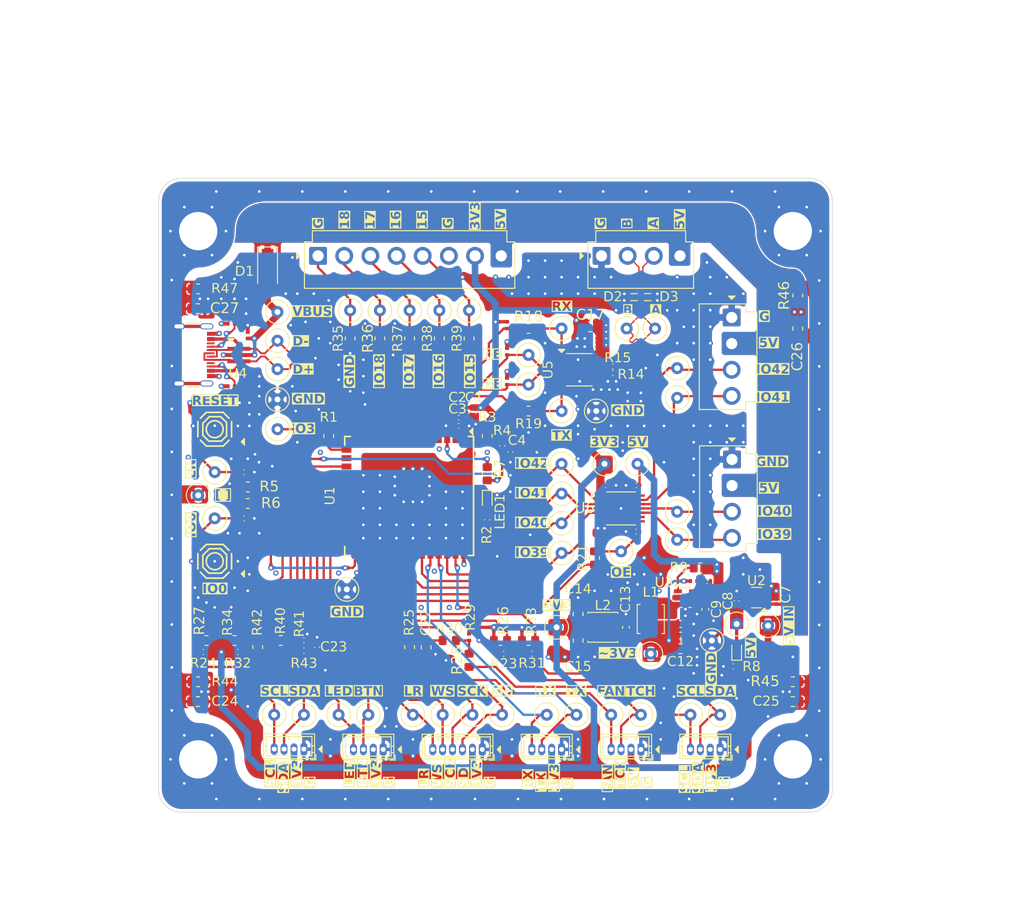
<source format=kicad_pcb>
(kicad_pcb (version 20240108) (generator "pcbnew") (generator_version "8.0")
  (layers (0 "F.Cu" mixed) (1 "In1.Cu" power) (2 "In2.Cu" power) (31 "B.Cu" mixed) (34 "B.Paste" user) (35 "F.Paste" user) (36 "B.SilkS" user "B.Silkscreen") (37 "F.SilkS" user "F.Silkscreen") (38 "B.Mask" user) (39 "F.Mask" user) (44 "Edge.Cuts" user))
  (property "BOARD_NAME" "AstraControl")
  (property "PROJECT_NAME" "AstraBeam")
  (net 0 "")
  (net 1 "GND")
  (net 2 "+3V3")
  (net 3 "+5V")
  (net 4 "+5V_IN")
  (net 5 "/Block Diagram/Fan, Temperature and Screen/FAN_TACHO")
  (net 6 "CHASSIS")
  (net 7 "/Block Diagram/5V to 3.3V/SW_OUT_UNFILTERED")
  (net 8 "/Block Diagram/5V to 3.3V/EN")
  (net 9 "/Block Diagram/5V Protection/VBUS")
  (net 10 "/Block Diagram/Fan, Temperature and Screen/TEMP_I2C_SCL")
  (net 11 "/Block Diagram/Fan, Temperature and Screen/TEMP_I2C_SDA")
  (net 12 "/Block Diagram/3V3 to 5V Logic Shifter/5V_IO_3")
  (net 13 "/Block Diagram/3V3 to 5V Logic Shifter/5V_IO_4")
  (net 14 "/Block Diagram/3V3 to 5V Logic Shifter/5V_IO_1")
  (net 15 "/Block Diagram/3V3 to 5V Logic Shifter/5V_IO_2")
  (net 16 "/Block Diagram/Fan, Temperature and Screen/SCREEN_I2C_SCL")
  (net 17 "/Block Diagram/Fan, Temperature and Screen/SCREEN_I2C_SDA")
  (net 18 "/Block Diagram/Button, Status LED, UART and I2S/UART_RX")
  (net 19 "/Block Diagram/Button, Status LED, UART and I2S/UART_TX")
  (net 22 "/Block Diagram/MCU Enable and Boot/MCU_EN")
  (net 23 "/Block Diagram/MCU Enable and Boot/MCU_BOOT")
  (net 27 "/Block Diagram/MCU/GPIO_2_DEBUG_LED_CL")
  (net 30 "/Block Diagram/MCU/GPIO_2_DEBUG_LED")
  (net 31 "/Block Diagram/Fan, Temperature and Screen/FAN_PWM")
  (net 32 "/Block Diagram/3V3 to 5V Logic Shifter/3V3_IO_2")
  (net 33 "/Block Diagram/3V3 to 5V Logic Shifter/3V3_IO_3")
  (net 34 "/Block Diagram/3V3 to 5V Logic Shifter/3V3_IO_4")
  (net 35 "/Block Diagram/3V3 to 5V Logic Shifter/3V3_IO_1")
  (net 36 "/Block Diagram/MCU/GPIO_7_RS485_RX")
  (net 37 "/Block Diagram/MCU/GPIO_4_RS485_TX")
  (net 38 "/Block Diagram/MCU Enable and Boot/EN_DELAY")
  (net 39 "/Block Diagram/MCU Enable and Boot/EN_DELAY_0")
  (net 40 "/Block Diagram/MCU Enable and Boot/EN_SW")
  (net 41 "/Block Diagram/MCU Enable and Boot/BOOT_SW")
  (net 42 "/Block Diagram/Fan, Temperature and Screen/FAN_TACHO_CON")
  (net 43 "/Block Diagram/Fan, Temperature and Screen/FAN_PWM_CON")
  (net 44 "/Block Diagram/Power Connectors/USB/CC2")
  (net 45 "/Block Diagram/Power Connectors/USB/CC1")
  (net 46 "/Block Diagram/UART to RS-485/RS485_IC_D-")
  (net 47 "/Block Diagram/UART to RS-485/RS485_IC_D+")
  (net 48 "/Block Diagram/MCU/IO_3_TEST")
  (net 49 "/Block Diagram/MCU/IO_3_IC")
  (net 50 "/Block Diagram/Power Connectors/RS485_D-")
  (net 51 "/Block Diagram/Power Connectors/RS485_D+")
  (net 53 "/Block Diagram/5V Protection/5V_PROT_LED")
  (net 54 "/Block Diagram/5V to 3.3V/SW_OUT")
  (net 55 "/Block Diagram/5V to 3.3V/FB")
  (net 56 "/Block Diagram/3V3 to 5V Logic Shifter/OE_IC")
  (net 57 "/Block Diagram/MCU/GPIO_5_RS485_DE")
  (net 58 "/Block Diagram/MCU/GPIO_6_RS485_RE")
  (net 59 "/Block Diagram/UART to RS-485/RS485_RX_IC")
  (net 60 "/Block Diagram/UART to RS-485/RS485_TX_IC")
  (net 61 "/Block Diagram/Fan, Temperature and Screen/FAN_TACHO_0")
  (net 63 "/Block Diagram/3V3 to 5V Logic Shifter/LEVEL_SHIFTER_IO_OE")
  (net 64 "/Block Diagram/MCU/USB_D-")
  (net 65 "/Block Diagram/MCU/USB_D+")
  (net 66 "/Block Diagram/Power Connectors/USB/USB_CONN_D+")
  (net 67 "/Block Diagram/Power Connectors/USB/USB_CONN_D-")
  (net 68 "/Block Diagram/LED PWM Connector/EXTRA_PIN")
  (net 69 "/Block Diagram/Button, Status LED, UART and I2S/BUTTON_CONN")
  (net 70 "/Block Diagram/LED PWM Connector/PWM_CH3_CONN")
  (net 71 "/Block Diagram/LED PWM Connector/PWM_CH2_CONN")
  (net 72 "/Block Diagram/LED PWM Connector/PWM_CH1_CONN")
  (net 73 "/Block Diagram/LED PWM Connector/PWM_CH4_CONN")
  (net 74 "/Block Diagram/Button, Status LED, UART and I2S/STATUS_LED_CONN")
  (net 75 "/Block Diagram/Button, Status LED, UART and I2S/I2S_WS")
  (net 76 "/Block Diagram/Button, Status LED, UART and I2S/I2S_SD")
  (net 77 "/Block Diagram/Button, Status LED, UART and I2S/I2S_SCK")
  (net 78 "/Block Diagram/Button, Status LED, UART and I2S/I2S_LR")
  (net 79 "/Block Diagram/Button, Status LED, UART and I2S/BUTTON_0")
  (net 80 "/Block Diagram/Button, Status LED, UART and I2S/STATUS_LED")
  (net 81 "/Block Diagram/LED PWM Connector/PWM_CH3")
  (net 82 "/Block Diagram/LED PWM Connector/PWM_CH2")
  (net 83 "/Block Diagram/LED PWM Connector/PWM_CH1")
  (net 84 "/Block Diagram/LED PWM Connector/PWM_CH4")
  (net 85 "/Block Diagram/Button, Status LED, UART and I2S/BUTTON")
  (footprint "LiveAstra:R_0805_2012Metric_Pad1.20x1.40mm_HandSolder" (layer "F.Cu") (at 199.75 77.75 90)
    (property "Reference" "R46")
    (property "Value" "1M" (hide yes))
  )
  (footprint "LiveAstra:TestPoint_Loop_D3.50mm_Drill0.9mm_Beaded" (layer "F.Cu") (at 173.85 82.75)
    (property "Reference" "TP16" (hide yes))
    (property "Value" "TestPoint_Thimble" (hide yes))
  )
  (footprint "LiveAstra:C_0603_1608Metric" (layer "F.Cu") (at 173.75 128 -90)
    (property "Reference" "C13")
    (property "Value" "22u" (hide yes))
  )
  (footprint "LiveAstra:TestPoint_Loop_D3.50mm_Drill0.9mm_Beaded" (layer "F.Cu") (at 134.75 141.25)
    (property "Reference" "TP46" (hide yes))
    (property "Value" "TestPoint_Thimble" (hide yes))
  )
  (footprint "LiveAstra:C_0402_1005Metric" (layer "F.Cu") (at 148.43 96.25 180)
    (property "Reference" "C2")
    (property "Value" "100n" (hide yes))
  )
  (footprint "LiveAstra:TestPoint_Loop_D3.50mm_Drill0.9mm_Beaded" (layer "F.Cu") (at 146 141.25)
    (property "Reference" "TP50" (hide yes))
    (property "Value" "TestPoint_Thimble" (hide yes))
  )
  (footprint "LiveAstra:JST_ZH_B4B-ZR_1x04_P1.50mm_Vertical" (layer "F.Cu") (at 125 146.45 180)
    (property "Reference" "CN6" (hide yes))
    (property "Value" "4P JST ZH" (hide yes))
  )
  (footprint "LiveAstra:C_0805_2012Metric_Pad1.18x1.45mm_HandSolder" (layer "F.Cu") (at 166.5 130 90)
    (property "Reference" "C15")
    (property "Value" "47u" (hide yes))
  )
  (footprint "LiveAstra:TestPoint_Loop_D3.50mm_Drill0.9mm_Beaded" (layer "F.Cu") (at 190.5 127.5)
    (property "Reference" "TP7" (hide yes))
    (property "Value" "TestPoint_Thimble")
  )
  (footprint "LiveAstra:C_0805_2012Metric_Pad1.18x1.45mm_HandSolder" (layer "F.Cu") (at 199.75 82.75 -90)
    (property "Reference" "C26")
    (property "Value" "10n" (hide yes))
  )
  (footprint "LiveAstra:TestPoint_Loop_D3.50mm_Drill0.9mm_Beaded" (layer "F.Cu") (at 169.25 95.23937)
    (property "Reference" "TP17" (hide yes))
    (property "Value" "TestPoint_Thimble" (hide yes))
  )
  (footprint "LiveAstra:TestPoint_Loop_D3.50mm_Drill0.9mm_Beaded" (layer "F.Cu") (at 121 93.5)
    (property "Reference" "TP2" (hide yes))
    (property "Value" "TestPoint_Thimble" (hide yes))
  )
  (footprint "LiveAstra:TestPoint_Loop_D3.50mm_Drill0.9mm_Beaded" (layer "F.Cu") (at 164 95.25)
    (property "Reference" "TP19" (hide yes))
    (property "Value" "TestPoint_Thimble" (hide yes))
  )
  (footprint "LiveAstra:TestPoint_Loop_D3.50mm_Drill0.9mm_Beaded" (layer "F.Cu") (at 171.5 141.25)
    (property "Reference" "TP35" (hide yes))
    (property "Value" "TestPoint_Thimble" (hide yes))
  )
  (footprint "LiveAstra:C_0603_1608Metric" (layer "F.Cu") (at 182 129.25 180)
    (property "Reference" "C11" (hide yes))
    (property "Value" "4u7" (hide yes))
  )
  (footprint "LiveAstra:R_0402_1005Metric" (layer "F.Cu") (at 159.5 132 180)
    (property "Reference" "R31")
    (property "Value" "5k1" (hide yes))
  )
  (footprint "LiveAstra:TestPoint_Loop_D3.50mm_Drill0.9mm_Beaded" (layer "F.Cu") (at 195.25 127.75)
    (property "Reference" "TP5" (hide yes))
    (property "Value" "TestPoint_Thimble" (hide yes))
  )
  (footprint "LiveAstra:JST_VH_B4P-VH-B_1x04_P3.96mm_Vertical" (layer "F.Cu") (at 189.75 81.08 -90)
    (property "Reference" "CN2" (hide yes))
    (property "Value" "4P JST VH" (hide yes))
  )
  (footprint "LiveAstra:TestPoint_Loop_D3.50mm_Drill0.9mm_Beaded" (layer "F.Cu") (at 173 116.5)
    (property "Reference" "TP26" (hide yes))
    (property "Value" "TestPoint_Thimble" (hide yes))
  )
  (footprint "LiveAstra:AstraControl_Ground_Band" (layer "F.Cu") (at 154 108)
    (property "Reference" "G1" (hide yes))
    (property "Value" "~" (hide yes))
    (fp_line (start -51 -44.500001) (end -51 44.499999) (stroke (width 0.1)) (layer "Edge.Cuts"))
    (fp_line (start -47.499999 48) (end 47.5 48) (stroke (width 0.1)) (layer "Edge.Cuts"))
    (fp_line (start 47.5 -48) (end -47.5 -48) (stroke (width 0.1)) (layer "Edge.Cuts"))
    (fp_line (start 51 44.5) (end 51 -44.5) (stroke (width 0.1)) (layer "Edge.Cuts"))
    (fp_arc (start -51 -44.500001) (mid -49.974873 -46.974874) (end -47.5 -48) (stroke (width 0.1)) (layer "Edge.Cuts"))
    (fp_arc (start -47.499999 48) (mid -49.974873 46.974873) (end -51 44.499999) (stroke (width 0.1)) (layer "Edge.Cuts"))
    (fp_arc (start 47.5 -48) (mid 49.974874 -46.974874) (end 51 -44.5) (stroke (width 0.1)) (layer "Edge.Cuts"))
    (fp_arc (start 51 44.5) (mid 49.974874 46.974874) (end 47.5 48) (stroke (width 0.1)) (layer "Edge.Cuts"))
  )
  (footprint "LiveAstra:TestPoint_Loop_D3.50mm_Drill0.9mm_Beaded" (layer "F.Cu") (at 164 112.25)
    (property "Reference" "TP23" (hide yes))
    (property "Value" "TestPoint_Thimble" (hide yes))
  )
  (footprint "LiveAstra:TestPoint_Loop_D3.50mm_Drill0.9mm_Beaded" (layer "F.Cu") (at 164 107.75)
    (property "Reference" "TP24" (hide yes))
    (property "Value" "TestPoint_Thimble" (hide yes))
  )
  (footprint "LiveAstra:TestPoint_Loop_D3.50mm_Drill0.9mm_Beaded" (layer "F.Cu") (at 109 108)
    (property "Reference" "TP11" (hide yes))
    (property "Value" "TestPoint_Thimble" (hide yes))
  )
  (footprint "LiveAstra:TestPoint_Loop_D3.50mm_Drill0.9mm_Beaded" (layer "F.Cu") (at 111.5 104.5)
    (property "Reference" "TP4" (hide yes))
    (property "Value" "TestPoint_Thimble" (hide yes))
  )
  (footprint "LiveAstra:C_0805_2012Metric_Pad1.18x1.45mm_HandSolder" (layer "F.Cu") (at 108.9625 139.25 180)
    (property "Reference" "C24")
    (property "Value" "10n" (hide yes))
  )
  (footprint "LiveAstra:C_0402_1005Metric" (layer "F.Cu") (at 168.92 85.5)
    (property "Reference" "C18" (hide yes))
    (property "Value" "100n" (hide yes))
  )
  (footprint "LiveAstra:TestPoint_Loop_D3.50mm_Drill0.9mm_Beaded" (layer "F.Cu") (at 177.5 132)
    (property "Reference" "TP8" (hide yes))
    (property "Value" "TestPoint_Thimble" (hide yes))
  )
  (footprint "LiveAstra:TestPoint_Loop_D3.50mm_Drill0.9mm_Beaded" (layer "F.Cu") (at 125 141.25)
    (property "Reference" "TP38" (hide yes))
    (property "Value" "TestPoint_Thimble" (hide yes))
  )
  (footprint "LiveAstra:R_0805_2012Metric_Pad1.20x1.40mm_HandSolder" (layer "F.Cu") (at 121.5 130)
    (property "Reference" "R40")
    (property "Value" "0" (hide yes))
  )
  (footprint "LiveAstra:C_0402_1005Metric" (layer "F.Cu") (at 116.5 83.77 -90)
    (property "Reference" "C16" (hide yes))
    (property "Value" "100n" (hide yes))
  )
  (footprint "LiveAstra:TestPoint_Loop_D3.50mm_Drill0.9mm_Beaded" (layer "F.Cu") (at 181.5 114.75)
    (property "Reference" "TP32" (hide yes))
    (property "Value" "TestPoint_Thimble" (hide yes))
  )
  (footprint "LiveAstra:TestPoint_Loop_D3.50mm_Drill0.9mm_Beaded" (layer "F.Cu") (at 141 80)
    (property "Reference" "TP41" (hide yes))
    (property "Value" "TestPoint_Thimble" (hide yes))
  )
  (footprint "LiveAstra:R_0805_2012Metric_Pad1.20x1.40mm_HandSolder" (layer "F.Cu") (at 109 76.75 180)
    (property "Reference" "R47")
    (property "Value" "1M" (hide yes))
  )
  (footprint "LiveAstra:LOGIC_SHIFTER_TXB0104PWR_TSOP_14" (layer "F.Cu") (at 173 110 -90)
    (property "Reference" "U6")
    (property "Value" "TXB0104PWR" (hide yes))
  )
  (footprint "LiveAstra:TACTILE_SWITCH-SMD_4P-L5.1-W5.1-P3.70-LS6.5-TL-2" (layer "F.Cu") (at 111.5 98 180)
    (property "Reference" "SW2" (hide yes))
    (property "Value" "TS_Basic_Small" (hide yes))
  )
  (footprint "LiveAstra:LED_0603_1608Metric" (layer "F.Cu") (at 152.75 108.75 -90)
    (property "Reference" "LED1")
    (property "Value" "LED_Yellow_25mA_0603" (hide yes))
  )
  (footprint "LiveAstra:L_Sunlord_SWPA4030S" (layer "F.Cu") (at 170.25 128 180)
    (property "Reference" "L2")
    (property "Value" "22uH")
  )
  (footprint "LiveAstra:R_0402_1005Metric" (layer "F.Cu") (at 155.75 86.24 -90)
    (property "Reference" "R16" (hide yes))
    (property "Value" "10k" (hide yes))
  )
  (footprint "LiveAstra:R_0805_2012Metric_Pad1.20x1.40mm_HandSolder" (layer "F.Cu") (at 118 131 -90)
    (property "Reference" "R42")
    (property "Value" "0" (hide yes))
  )
  (footprint "LiveAstra:JST_ZH_B4B-ZR_1x04_P1.50mm_Vertical" (layer "F.Cu") (at 164 146.5 180)
    (property "Reference" "CN8" (hide yes))
    (property "Value" "4P JST ZH" (hide yes))
  )
  (footprint "LiveAstra:R_0805_2012Metric_Pad1.20x1.40mm_HandSolder" (layer "F.Cu") (at 110.25 130)
    (property "Reference" "R27")
    (property "Value" "0" (hide yes))
  )
  (footprint "LiveAstra:TestPoint_Loop_D3.50mm_Drill0.9mm_Beaded" (layer "F.Cu") (at 145.5 80)
    (property "Reference" "TP42" (hide yes))
    (property "Value" "TestPoint_Thimble" (hide yes))
  )
  (footprint "LiveAstra:JST_ZH_B4B-ZR_1x04_P1.50mm_Vertical" (layer "F.Cu") (at 137 146.5 180)
    (property "Reference" "CN9" (hide yes))
    (property "Value" "4P JST ZH" (hide yes))
  )
  (footprint "LiveAstra:C_0402_1005Metric" (layer "F.Cu") (at 175.32 106.5)
    (property "Reference" "C21" (hide yes))
    (property "Value" "100n" (hide yes))
  )
  (footprint "LiveAstra:TestPoint_Loop_D3.50mm_Drill0.9mm_Beaded" (layer "F.Cu") (at 164 82.75)
    (property "Reference" "TP18" (hide yes))
    (property "Value" "TestPoint_Thimble" (hide yes))
  )
  (footprint "LiveAstra:C_0603_1608Metric" (layer "F.Cu") (at 182 127.5 180)
    (property "Reference" "C10" (hide yes))
    (property "Value" "4u7" (hide yes))
  )
  (footprint "LiveAstra:R_0402_1005Metric" (layer "F.Cu") (at 114.99 131.75 180)
    (property "Reference" "R32")
    (property "Value" "5k1" (hide yes))
  )
  (footprint "LiveAstra:C_0805_2012Metric_Pad1.18x1.45mm_HandSolder" (layer "F.Cu") (at 168.3625 82.5)
    (property "Reference" "C17")
    (property "Value" "47u" (hide yes))
  )
  (footprint "LiveAstra:R_0402_1005Metric" (layer "F.Cu") (at 171.76 89.5 180)
    (property "Reference" "R14")
    (property "Value" "10" (hide yes))
  )
  (footprint "LiveAstra:TestPoint_Loop_D3.50mm_Drill0.9mm_Beaded" (layer "F.Cu") (at 121 88.9)
    (property "Reference" "TP14" (hide yes))
    (property "Value" "TestPoint_Thimble" (hide yes))
  )
  (footprint "LiveAstra:C_0402_1005Metric" (layer "F.Cu") (at 115.98 111.5)
    (property "Reference" "C5" (hide yes))
    (property "Value" "100n" (hide yes))
  )
  (footprint "LiveAstra:R_0402_1005Metric" (layer "F.Cu") (at 152.75 111.7225 90)
    (property "Reference" "R2")
    (property "Value" "220" (hide yes))
  )
  (footprint "LiveAstra:C_0805_2012Metric_Pad1.18x1.45mm_HandSolder" (layer "F.Cu") (at 166.5 126 -90)
    (property "Reference" "C14")
    (property "Value" "47u" (hide yes))
  )
  (footprint "LiveAstra:R_0805_2012Metric_Pad1.20x1.40mm_HandSolder" (layer "F.Cu") (at 147 130 180)
    (property "Reference" "R30")
    (property "Value" "3k3" (hide yes))
  )
  (footprint "LiveAstra:R_0805_2012Metric_Pad1.20x1.40mm_HandSolder" (layer "F.Cu") (at 150 84.25 90)
    (property "Reference" "R39")
    (property "Value" "0" (hide yes))
  )
  (footprint "LiveAstra:C_0402_1005Metric" (layer "F.Cu") (at 196.5 124 -90)
    (property "Reference" "C7")
    (property "Value" "1u" (hide yes))
  )
  (footprint "LiveAstra:TestPoint_Loop_D3.50mm_Drill0.9mm_Beaded" (layer "F.Cu") (at 181.5 88.75)
    (property "Reference" "TP28" (hide yes))
    (property "Value" "TestPoint_Thimble" (hide yes))
  )
  (footprint "LiveAstra:TestPoint_Loop_D3.50mm_Drill0.9mm_Beaded" (layer "F.Cu") (at 178.15 82.75)
    (property "Reference" "TP15" (hide yes))
    (property "Value" "TestPoint_Thimble" (hide yes))
  )
  (footprint "LiveAstra:JST_ZH_B4B-ZR_1x04_P1.50mm_Vertical" (layer "F.Cu") (at 188 146.5 180)
    (property "Reference" "CN5" (hide yes))
    (property "Value" "4P JST ZH" (hide yes))
  )
  (footprint "LiveAstra:C_0603_1608Metric" (layer "F.Cu") (at 185.75 125.275 90)
    (property "Reference" "C9")
    (property "Value" "4u7" (hide yes))
  )
  (footprint "LiveAstra:C_0402_1005Metric" (layer "F.Cu") (at 156.25 101.48 -90)
    (property "Reference" "C4")
    (property "Value" "1u" (hide yes))
  )
  (footprint "LiveAstra:JST_VH_B4P-VH-B_1x04_P3.96mm_Vertical" (layer "F.Cu") (at 189.8 102.58 -90)
    (property "Reference" "CN3" (hide yes))
    (property "Value" "4P JST VH" (hide yes))
  )
  (footprint "LiveAstra:JST_VH_B8P-VH-B_1x08_P3.96mm_Vertical" (layer "F.Cu") (at 127.141666 71.75)
    (property "Reference" "CN7" (hide yes))
    (property "Value" "JST_VH_8PIN_10A_250V" (hide yes))
  )
  (footprint "LiveAstra:R_0402_1005Metric" (layer "F.Cu") (at 186 121 180)
    (property "Reference" "R11" (hide yes))
    (property "Value" "10k" (hide yes))
  )
  (footprint "LiveAstra:R_0805_2012Metric_Pad1.20x1.40mm_HandSolder" (layer "F.Cu") (at 141 84.25 90)
    (property "Reference" "R37")
    (property "Value" "0" (hide yes))
  )
  (footprint "LiveAstra:USBLC6-2SC6_PROTECTION_SOT-23-6" (layer "F.Cu") (at 115.15 86.77 -90)
    (property "Reference" "U4")
    (property "Value" "USBLC6-2SC6" (hide yes))
  )
  (footprint "LiveAstra:TACTILE_SWITCH-SMD_4P-L5.1-W5.1-P3.70-LS6.5-TL-2" (layer "F.Cu") (at 111.5 118 180)
    (property "Reference" "SW1" (hide yes))
    (property "Value" "TS_Basic_Small" (hide yes))
  )
  (footprint "LiveAstra:R_0402_1005Metric" (layer "F.Cu") (at 114 91.5)
    (property "Reference" "R12" (hide yes))
    (property "Value" "5k1" (hide yes))
  )
  (footprint "LiveAstra:R_0402_1005Metric" (layer "F.Cu") (at 175.29 113.5)
    (property "Reference" "R22" (hide yes))
    (property "Value" "10k" (hide yes))
  )
  (footprint "LiveAstra:TestPoint_Loop_D3.50mm_Drill0.9mm_Beaded" (layer "F.Cu") (at 121 80.25)
    (property "Reference" "TP12" (hide yes))
    (property "Value" "TestPoint_Thimble" (hide yes))
  )
  (footprint "LiveAstra:LED_0603_1608Metric" (layer "F.Cu") (at 190.5 131.5 90)
    (property "Reference" "LED2" (hide yes))
    (property "Value" "LED_RED_20mA_0603" (hide yes))
  )
  (footprint "LiveAstra:R_0805_2012Metric_Pad1.20x1.40mm_HandSolder" (layer "F.Cu") (at 152.75 99 90)
    (property "Reference" "R3")
    (property "Value" "0" (hide yes))
  )
  (footprint "LiveAstra:TestPoint_Loop_D3.50mm_Drill0.9mm_Beaded" (layer "F.Cu") (at 121 84.598586)
    (property "Reference" "TP13" (hide yes))
    (property "Value" "TestPoint_Thimble" (hide yes))
  )
  (footprint "LiveAstra:TestPoint_Loop_D3.50mm_Drill0.9mm_Beaded" (layer "F.Cu") (at 164 116.75)
    (property "Reference" "TP22" (hide yes))
    (property "Value" "TestPoint_Thimble" (hide yes))
  )
  (footprint "LiveAstra:R_0805_2012Metric_Pad1.20x1.40mm_HandSolder" (layer "F.Cu") (at 114.5 130 180)
    (property "Reference" "R34")
    (property "Value" "0" (hide yes))
  )
  (footprint "LiveAstra:TestPoint_Loop_D3.50mm_Drill0.9mm_Beaded" (layer "F.Cu") (at 163.25 128 180)
    (property "Reference" "TP9" (hide yes))
    (property "Value" "TestPoint_Thimble" (hide yes))
  )
  (footprint "LiveAstra:R_0402_1005Metric" (layer "F.Cu") (at 155 100.5 90)
    (property "Reference" "R4")
    (property "Value" "10k" (hide yes))
  )
  (footprint "LiveAstra:C_0402_1005Metric" (layer "F.Cu") (at 115.98 104.5 180)
    (property "Reference" "C6" (hide yes))
    (property "Value" "100n" (hide yes))
  )
  (footprint "LiveAstra:C_0402_1005Metric" (layer "F.Cu") (at 168.92 84.25)
    (property "Reference" "C19" (hide yes))
    (property "Value" "100n" (hide yes))
  )
  (footprint "LiveAstra:TestPoint_Loop_D3.50mm_Drill0.9mm_Beaded" (layer "F.Cu") (at 181.5 110.5)
    (property "Reference" "TP31" (hide yes))
    (property "Value" "TestPoint_Thimble" (hide yes))
  )
  (footprint "LiveAstra:C_0603_1608Metric" (layer "F.Cu") (at 150.5 95.5 90)
    (property "Reference" "C1")
    (property "Value" "22u" (hide yes))
  )
  (footprint "LiveAstra:C_0805_2012Metric_Pad1.18x1.45mm_HandSolder" (layer "F.Cu") (at 108.9625 79.75 180)
    (property "Reference" "C27")
    (property "Value" "10n" (hide yes))
  )
  (footprint "LiveAstra:TestPoint_Loop_D3.50mm_Drill0.9mm_Beaded" (layer "F.Cu") (at 175.5 103.25)
    (property "Reference" "TP29" (hide yes))
    (property "Value" "TestPoint_Thimble" (hide yes))
  )
  (footprint "LiveAstra:R_0402_1005Metric" (layer "F.Cu") (at 155.75 82.24 90)
    (property "Reference" "R20" (hide yes))
    (property "Value" "10k" (hide yes))
  )
  (footprint "LiveAstra:R_0805_2012Metric_Pad1.20x1.40mm_HandSolder" (layer "F.Cu") (at 132 84.25 90)
    (property "Reference" "R35")
    (property "Value" "0" (hide yes))
  )
  (footprint "LiveAstra:TestPoint_Loop_D3.50mm_Drill0.9mm_Beaded" (layer "F.Cu") (at 131.5 122.25)
    (property "Reference" "TP10" (hide yes))
    (property "Value" "TestPoint_Thimble" (hide yes))
  )
  (footprint "LiveAstra:R_0805_2012Metric_Pad1.20x1.40mm_HandSolder" (layer "F.Cu") (at 141 131 90)
    (property "Reference" "R25")
    (property "Value" "0" (hide yes))
  )
  (footprint "LiveAstra:TestPoint_Loop_D3.50mm_Drill0.9mm_Beaded" (layer "F.Cu") (at 130.25 141.25)
    (property "Reference" "TP47" (hide yes))
    (property "Value" "TestPoint_Thimble" (hide yes))
  )
  (footprint "LiveAstra:STEP_DOWN_ST1S12GR_TSOT-23-5" (layer "F.Cu") (at 182.75 123.5 90)
    (property "Reference" "U3")
    (property "Value" "ST1S12GR" (hide yes))
  )
  (footprint "LiveAstra:JST_VH_B4P-VH-B_1x04_P3.96mm_Vertical" (layer "F.Cu") (at 170.04 71.75)
    (property "Reference" "CN1" (hide yes))
    (property "Value" "4P JST VH" (hide yes))
  )
  (footprint "LiveAstra:R_0805_2012Metric_Pad1.20x1.40mm_HandSolder" (layer "F.Cu") (at 199 136.25)
    (property "Reference" "R45")
    (property "Value" "1M" (hide yes))
  )
  (footprint "LiveAstra:C_0805_2012Metric_Pad1.18x1.45mm_HandSolder" (layer "F.Cu") (at 182 131.25 180)
    (property "Reference" "C12")
    (property "Value" "47u" (hide yes))
  )
  (footprint "LiveAstra:L_MDA4020_4.1x4.5mm" (layer "F.Cu") (at 177.5 126.75 90)
    (property "Reference" "L1")
    (property "Value" "2u2H" (hide yes))
  )
  (footprint "LiveAstra:TestPoint_Loop_D3.50mm_Drill0.9mm_Beaded" (layer "F.Cu") (at 111.5 111.5)
    (property "Reference" "TP3" (hide yes))
    (property "Value" "TestPoint_Thimble" (hide yes))
  )
  (footprint "LiveAstra:R_0805_2012Metric_Pad1.20x1.40mm_HandSolder" (layer "F.Cu") (at 109 136.25 180)
    (property "Reference" "R44")
    (property "Value" "1M" (hide yes))
  )
  (footprint "LiveAstra:R_0805_2012Metric_Pad1.20x1.40mm_HandSolder" (layer "F.Cu") (at 152.75 104.75 -90)
    (property "Reference" "R7")
    (property "Value" "0" (hide yes))
  )
  (footprint "LiveAstra:D_DFN0603_H5VL10B_Bidirectional_TVS" (layer "F.Cu") (at 177.025 78 180)
    (property "Reference" "D3")
    (property "Value" "H5VL10B" (hide yes))
  )
  (footprint "LiveAstra:D_DFN0603_H5VL10B_Bidirectional_TVS" (layer "F.Cu") (at 174.975 78)
    (property "Reference" "D2")
    (property "Value" "H5VL10B" (hide yes))
  )
  (footprint "LiveAstra:R_0402_1005Metric" (layer "F.Cu") (at 155.24 132 180)
    (property "Reference" "R23")
    (property "Value" "5k1" (hide yes))
  )
  (footprint "LiveAstra:R_0805_2012Metric_Pad1.20x1.40mm_HandSolder" (layer "F.Cu") (at 128.75 99 -90)
    (property "Reference" "R1")
    (property "Value" "0" (hide yes))
  )
  (footprint "LiveAstra:R_0402_1005Metric" (layer "F.Cu") (at 171.75 88.5 180)
    (property "Reference" "R15")
    (property "Value" "10" (hide yes))
  )
  (footprint "LiveAstra:JST_ZH_B4B-ZR_1x04_P1.50mm_Vertical" (layer "F.Cu") (at 176.008334 146.5 180)
    (property "Reference" "CN4" (hide yes))
    (property "Value" "4P JST ZH" (hide yes))
  )
  (footprint "LiveAstra:TestPoint_Loop_D3.50mm_Drill0.9mm_Beaded" (layer "F.Cu") (at 159 91.25)
    (property "Reference" "TP21" (hide yes))
    (property "Value" "TestPoint_Thimble")
  )
  (footprint "LiveAstra:C_0805_2012Metric_Pad1.18x1.45mm_HandSolder" (layer "F.Cu") (at 143.5 131.0375 90)
    (property "Reference" "C22")
    (property "Value" "100p" (hide yes))
  )
  (footprint "LiveAstra:TestPoint_Loop_D3.50mm_Drill0.9mm_Beaded" (layer "F.Cu") (at 164 103.25)
    (property "Reference" "TP27" (hide yes))
    (property "Value" "TestPoint_Thimble" (hide yes))
  )
  (footprint "LiveAstra:TestPoint_Loop_D3.50mm_Drill0.9mm_Beaded" (layer "F.Cu") (at 150 80)
    (property "Reference" "TP43" (hide yes))
    (property "Value" "TestPoint_Thimble" (hide yes))
  )
  (footprint "LiveAstra:TestPoint_Loop_D3.50mm_Drill0.9mm_Beaded" (layer "F.Cu") (at 150.5 141.25)
    (property "Reference" "TP49" (hide yes))
    (property "Value" "TestPoint_Thimble" (hide yes))
  )
  (footprint "LiveAstra:R_0805_2012Metric_Pad1.20x1.40mm_HandSolder" (layer "F.Cu") (at 154.75 130 180)
    (property "Reference" "R26")
    (property "Value" "0" (hide yes))
  )
  (footprint "LiveAstra:R_0805_2012Metric_Pad1.20x1.40mm_HandSolder" (layer "F.Cu") (at 145.5 84.25 90)
    (property "Reference" "R38")
    (property "Value" "0" (hide yes))
  )
  (footprint "LiveAstra:C_0402_1005Metric" (layer "F.Cu") (at 127 131.02 -90)
    (property "Reference" "C23")
    (property "Value" "100n" (hide yes))
  )
  (footprint "LiveAstra:TestPoint_Loop_D3.50mm_Drill0.9mm_Beaded" (layer "F.Cu") (at 166.25 141.25)
    (property "Reference" "TP45" (hide yes))
    (property "Value" "TestPoint_Thimble" (hide yes))
  )
  (footprint "LiveAstra:R_0402_1005Metric" (layer "F.Cu") (at 114 82)
    (property "Reference" "R13" (hide yes))
    (property "Value" "5k1" (hide yes))
  )
  (footprint "LiveAstra:R_0402_1005Metric" (layer "F.Cu") (at 125 130 180)
    (property "Reference" "R41")
    (property "Value" "10k" (hide yes))
  )
  (footprint "LiveAstra:R_0402_1005Metric" (layer "F.Cu") (at 109.76 131.75)
    (property "Reference" "R24")
    (property "Value" "5k1" (hide yes))
  )
  (footprint "LiveAstra:TestPoint_Loop_D3.50mm_Drill0.9mm_Beaded" (layer "F.Cu") (at 121 98)
    (property "Reference" "TP1" (hide yes))
    (property "Value" "TestPoint_Thimble" (hide yes))
  )
  (footprint "LiveAstra:TestPoint_Loop_D3.50mm_Drill0.9mm_Beaded" (layer "F.Cu") (at 120.5 141.25)
    (property "Reference" "TP34" (hide yes))
    (property "Value" "TestPoint_Thimble" (hide yes))
  )
  (footprint "LiveAstra:R_0402_1005Metric" (layer "F.Cu") (at 189.99 133.916339)
    (property "Reference" "R8")
    (property "Value" "220" (hide yes))
  )
  (footprint "LiveAstra:R_0402_1005Metric" (layer "F.Cu") (at 183.99 121 180)
    (property "Reference" "R10" (hide yes))
    (property "Value" "45k3" (hide yes))
  )
  (footprint "LiveAstra:5V_PROTECTION_NCP361SNT1G_TSOP-5" (layer "F.Cu") (at 193.5 123.5 -90)
    (property "Reference" "U2")
    (property "Value" "NCP361SNT1G" (hide yes))
  )
  (footprint "LiveAstra:JST_ZH_B6B-ZR_1x06_P1.50mm_Vertical" (layer "F.Cu") (at 152 146.5 180)
    (property "Reference" "CN10" (hide yes))
    (property "Value" "JST_ZH_6PIN_1A_250V" (hide yes))
  )
  (footprint "LiveAstra:C_0805_2012Metric_Pad1.18x1.45mm_HandSolder" (layer "F.Cu") (at 199 139.25)
    (property "Reference" "C25")
    (property "Value" "10n" (hide yes))
  )
  (footprint "LiveAstra:TestPoint_Loop_D3.50mm_Drill0.9mm_Beaded" (layer "F.Cu") (at 176 141.25)
    (property "Reference" "TP36" (hide yes))
    (property "Value" "TestPoint_Thimble" (hide yes))
  )
  (footprint "LiveAstra:R_0805_2012Metric_Pad1.20x1.40mm_HandSolder" (layer "F.Cu") (at 159 82.75 180)
    (property "Reference" "R18")
    (property "Value" "0" (hide yes))
  )
  (footprint "LiveAstra:R_0805_2012Metric_Pad1.20x1.40mm_HandSolder" (layer "F.Cu") (at 169 117.5 90)
    (property "Reference" "R21")
    (property "Value" "0" (hide yes))
  )
  (footprint "LiveAstra:R_0805_2012Metric_Pad1.20x1.40mm_HandSolder" (layer "F.Cu") (at 159 95.25 180)
    (property "Reference" "R19")
    (property "Value" "0" (hide yes))
  )
  (footprint "LiveAstra:TestPoint_Loop_D3.50mm_Drill0.9mm_Beaded" (layer "F.Cu") (at 186.75 130)
    (property "Reference" "TP6" (hide yes))
    (property "Value" "TestPoint_Thimble" (hide yes))
  )
  (footprint "LiveAstra:TestPoint_Loop_D3.50mm_Drill0.9mm_Beaded" (layer "F.Cu") (at 159 86.75)
    (property "Reference" "TP20" (hide yes))
    (property "Value" "TestPoint_Thimble" (hide yes))
  )
  (footprint "LiveAstra:R_0805_2012Metric_Pad1.20x1.40mm_HandSolder" (layer "F.Cu") (at 159 130 180)
    (property "Reference" "R33")
    (property "Value" "0" (hide yes))
  )
  (footprint "LiveAstra:R_0402_1005Metric" (layer "F.Cu") (at 125 131.5 180)
    (property "Reference" "R43")
    (property "Value" "10k" (hide yes))
  )
  (footprint "LiveAstra:TestPoint_Loop_D3.50mm_Drill0.9mm_Beaded" (layer "F.Cu") (at 188 141.25)
    (property "Reference" "TP37" (hide yes))
    (property "Value" "TestPoint_Thimble" (hide yes))
  )
  (footprint "LiveAstra:R_0805_2012Metric_Pad1.20x1.40mm_HandSolder" (layer "F.Cu") (at 136.5 84.25 90)
    (property "Reference" "R36")
    (property "Value" "0" (hide yes))
  )
  (footprint "LiveAstra:C_0402_1005Metric" (layer "F.Cu") (at 148.43 97.5 180)
    (property "Reference" "C3")
    (property "Value" "100n" (hide yes))
  )
  (footprint "LiveAstra:TestPoint_Loop_D3.50mm_Drill0.9mm_Beaded" (layer "F.Cu") (at 161.75 141.25)
    (property "Reference" "TP44" (hide yes))
    (property "Value" "TestPoint_Thimble" (hide yes))
  )
  (footprint "LiveAstra:R_0805_2012Metric_Pad1.20x1.40mm_HandSolder" (layer "F.Cu") (at 116.5 109.25 180)
    (property "Reference" "R6")
    (property "Value" "0" (hide yes))
  )
  (footprint "LiveAstra:WIRELM-SMD_ESP32-S3-WROOM-1U" (layer "F.Cu") (at 140.33 108.1 -90)
    (property "Reference" "U1")
    (property "Value" "ESP32-S3-WROOM-1U-N8" (hide yes))
  )
  (footprint "LiveAstra:R_0402_1005Metric" (layer "F.Cu") (at 150 129.49 90)
    (property "Reference" "R29")
    (property "Value" "10k" (hide yes))
  )
  (footprint "LiveAstra:C_0402_1005Metric" (layer "F.Cu") (at 190.5 124 90)
    (property "Reference" "C8")
    (property "Value" "1u" (hide yes))
  )
  (footprint "LiveAstra:TestPoint_Loop_D3.50mm_Drill0.9mm_Beaded" (layer "F.Cu") (at 136.5 80)
    (property "Reference" "TP40" (hide yes))
    (property "Value" "TestPoint_Thimble" (hide yes))
  )
  (footprint "LiveAstra:R_0805_2012Metric_Pad1.20x1.40mm_HandSolder" (layer "F.Cu") (at 116.5 106.75)
    (property "Reference" "R5")
    (property "Value" "0" (hide yes))
  )
  (footprint "LiveAstra:TestPoint_Loop_D3.50mm_Drill0.9mm_Beaded" (layer "F.Cu") (at 183.5 141.25)
    (property "Reference" "TP33" (hide yes))
    (property "Value" "TestPoint_Thimble" (hide yes))
  )
  (footprint "LiveAstra:C_0402_1005Metric" (layer "F.Cu") (at 170.68 106.5 180)
    (property "Reference" "C20" (hide yes))
    (property "Value" "100n" (hide yes))
  )
  (footprint "LiveAstra:TestPoint_Loop_D3.50mm_Drill0.9mm_Beaded" (layer "F.Cu") (at 181.5 93.25)
    (property "Reference" "TP30" (hide yes))
    (property "Value" "TestPoint_Thimble" (hide yes))
  )
  (footprint "LiveAstra:TestPoint_Loop_D3.50mm_Drill0.9mm_Beaded" (layer "F.Cu") (at 170.5 103.25)
    (property "Reference" "TP25" (hide yes))
    (property "Value" "TestPoint_Thimble" (hide yes))
  )
  (footprint "LiveAstra:R_0805_2012Metric_Pad1.20x1.40mm_HandSolder" (layer "F.Cu") (at 150 133 90)
    (property "Reference" "R28")
    (property "Value" "0" (hide yes))
  )
  (footprint "LiveAstra:TestPoint_Loop_D3.50mm_Drill0.9mm_Beaded" (layer "F.Cu") (at 132 80)
    (property "Reference" "TP39" (hide yes))
    (property "Value" "TestPoint_Thimble" (hide yes))
  )
  (footprint "LiveAstra:TestPoint_Loop_D3.50mm_Drill0.9mm_Beaded" (layer "F.Cu") (at 155 141.25)
    (property "Reference" "TP48" (hide yes))
    (property "Value" "TestPoint_Thimble" (hide yes))
  )
  (footprint "LiveAstra:TestPoint_Loop_D3.50mm_Drill0.9mm_Beaded" (layer "F.Cu") (at 141.5 141.25)
    (property "Reference" "TP51" (hide yes))
    (property "Value" "TestPoint_Thimble" (hide yes))
  )
  (footprint "LiveAstra:USB_C_Korean_Hroparts_Elec_TYPE-C-31-M-12" (layer "F.Cu") (at 104 86.75 -90)
    (property "Reference" "USBC1" (hide yes))
    (property "Value" "TYPE-C-31-M-12" (hide yes))
  )
  (footprint "LiveAstra:RS_485_SN65HVD1782DR" (layer "F.Cu") (at 166.7 89 -90)
    (property "Reference" "U5")
    (property "Value" "SN65HVD1782DR" (hide yes))
  )
  (footprint "LiveAstra:R_0402_1005Metric" (layer "F.Cu") (at 155.75 90.75 -90)
    (property "Reference" "R17" (hide yes))
    (property "Value" "10k")
  )
  (footprint "LiveAstra:D_SMA_SS14_C2480" (layer "F.Cu") (at 119.5 74.15 -90)
    (property "Reference" "D1")
    (property "Value" "SS14 Schottky" (hide yes))
  )
  (footprint "LiveAstra:R_0805_2012Metric_Pad1.20x1.40mm_HandSolder" (layer "F.Cu") (at 185 119)
    (property "Reference" "R9")
    (property "Value" "1M" (hide yes))
  )
  (gr_text "D-" (at 123.25 84.75 0) (layer "F.SilkS" knockout) (effects (font (size 1.4 1.4) (thickness 0.3) (bold yes)) (justify left)))
  (gr_text "IO40" (at 198.75 110.5 0) (layer "F.SilkS" knockout) (effects (font (size 1.4 1.4) (thickness 0.3) (bold yes)) (justify right)))
  (gr_text "3V3" (at 163.25 124.75 0) (layer "F.SilkS" knockout) (effects (font (size 1.4 1.4) (thickness 0.3) (bold yes))))
  (gr_text "RX" (at 164 79.5 0) (layer "F.SilkS" knockout) (effects (font (size 1.4 1.4) (thickness 0.3) (bold yes))))
  (gr_text "SCK" (at 148.25 137.75 0) (layer "F.SilkS" knockout) (effects (font (size 1.4 1.4) (thickness 0.3) (bold yes)) (justify left)))
  (gr_text "3V3" (at 163 148.645953 90) (layer "F.SilkS" knockout) (effects (font (size 1.4 1.4) (thickness 0.3) (bold yes)) (justify right)))
  (gr_text "G" (at 126 152.25 90) (layer "F.SilkS" knockout) (effects (font (size 1.4 1.4) (thickness 0.3) (bold yes)) (justify left)))
  (gr_text "RE" (at 153.5 86.75 0) (layer "F.SilkS" knockout) (effects (font (size 1.4 1.4) (thickness 0.3) (bold yes))))
  (gr_text "5V" (at 192.75 129.75 90) (layer "F.SilkS" knockout) (effects (font (size 1.4 1.4) (thickness 0.3) (bold yes)) (justify right)))
  (gr_text "WS" (at 145.25 152.25 90) (layer "F.SilkS" knockout) (effects (font (size 1.4 1.4) (thickness 0.3) (bold yes)) (justify left)))
  (gr_text "IO41" (at 159.5 107.75 0) (layer "F.SilkS" knockout) (effects (font (size 1.4 1.4) (thickness 0.3) (bold yes))))
  (gr_text "5V" (at 175.5 100 0) (layer "F.SilkS" knockout) (effects (font (size 1.4 1.4) (thickness 0.3) (bold yes))))
  (gr_text "5V" (at 182 66.25 90) (layer "F.SilkS" knockout) (effects (font (size 1.4 1.4) (thickness 0.3) (bold yes))))
  (gr_text "A" (at 178.25 80 0) (layer "F.SilkS" knockout) (effects (font (size 1.3 1.3) (thickness 0.3) (bold yes))))
  (gr_text "IO0" (at 111.5 122.25 0) (layer "F.SilkS" knockout) (effects (font (size 1.4 1.4) (thickness 0.3) (bold yes))))
  (gr_text "G" (at 153.25 152.25 90) (layer "F.SilkS" knockout) (effects (font (size 1.4 1.4) (thickness 0.3) (bold yes)) (justify left)))
  (gr_text "SDA" (at 125 137.75 0) (layer "F.SilkS" knockout) (effects (font (size 1.4 1.4) (thickness 0.3) (bold yes))))
  (gr_text "SCL" (at 120 152.25 90) (layer "F.SilkS" knockout) (effects (font (size 1.4 1.4) (thickness 0.3) (bold yes)) (justify left)))
  (gr_text "LR" (at 143.25 152.25 90) (layer "F.SilkS" knockout) (effects (font (size 1.4 1.4) (thickness 0.3) (bold yes)) (justify left)))
  (gr_text "GND" (at 198.25 103 0) (layer "F.SilkS" knockout) (effects (font (size 1.4 1.4) (thickness 0.3) (bold yes)) (justify right)))
  (gr_text "5V" (at 154.859078 66.25 90) (layer "F.SilkS" knockout) (effects (font (size 1.4 1.4) (thickness 0.3) (bold yes))))
  (gr_text "RESET" (at 111.5 93.75 0) (layer "F.SilkS" knockout) (effects (font (size 1.4 1.4) (thickness 0.3) (bold yes))))
  (gr_text "LR" (at 141.5 137.75 0) (layer "F.SilkS" knockout) (effects (font (size 1.4 1.4) (thickness 0.3) (bold yes))))
  (gr_text "5V" (at 175 152.25 90) (layer "F.SilkS" knockout) (effects (font (size 1.4 1.4) (thickness 0.3) (bold yes)) (justify left)))
  (gr_text "LED" (at 132 152.25 90) (layer "F.SilkS" knockout) (effects (font (size 1.4 1.4) (thickness 0.3) (bold yes)) (justify left)))
  (gr_text "VBUS" (at 123.25 80.25 0) (layer "F.SilkS" knockout) (effects (font (size 1.4 1.4) (thickness 0.3) (bold yes)) (justify left)))
  (gr_text "GND" (at 123.25 93.5 0) (layer "F.SilkS" knockout) (effects (font (size 1.4 1.4) (thickness 0.3) (bold yes)) (justify left)))
  (gr_text "3V3" (at 151.25 152.25 90) (layer "F.SilkS" knockout) (effects (font (size 1.4 1.4) (thickness 0.3) (bold yes)) (justify left)))
  (gr_text "[ ]" (at 112.75 108 0) (layer "F.SilkS" knockout) (effects (font (size 1.4 1.4) (thickness 0.3) (bold yes))))
  (gr_text "SCK" (at 147.25 152.25 90) (layer "F.SilkS" knockout) (effects (font (size 1.4 1.4) (thickness 0.3) (bold yes)) (justify left)))
  (gr_text "IO15" (at 150.25 89.25 90) (layer "F.SilkS" knockout) (effects (font (size 1.4 1.4) (thickness 0.3) (bold yes))))
  (gr_text "15" (at 143 66.299924 90) (layer "F.SilkS" knockout) (effects (font (size 1.4 1.4) (thickness 0.3) (bold yes))))
  (gr_text "G" (at 127.25 66.813517 90) (layer "F.SilkS" knockout) (effects (font (size 1.4 1.4) (thickness 0.3) (bold yes))))
  (gr_text "FAN" (at 171.059251 148.721539 90) (layer "F.SilkS" knockout) (effects (font (size 1.4 1.4) (thickness 0.275) (bold yes)) (justify right)))
  (gr_text "G" (at 146.88498 66.813517 90) (layer "F.SilkS" knockout) (effects (font (size 1.4 1.4) (thickness 0.3) (bold yes))))
  (gr_text "BTN" (at 134.75 137.75 0) (layer "F.SilkS" knockout) (effects (font (size 1.4 1.4) (thickness 0.3) (bold yes))))
  (gr_text "TX" (at 164 99 0) (layer "F.SilkS" knockout) (effects (font (size 1.4 1.4) (thickness 0.3) (bold yes))))
  (gr_text "5V" (at 196.75 85 0) (layer "F.SilkS" knockout) (effects (font (size 1.4 1.4) (thickness 0.3) (bold yes)) (justify right)))
  (gr_text "IO42" (at 198.5 89 0) (layer "F.SilkS" knockout) (effects (font (size 1.4 1.4) (thickness 0.3) (bold yes)) (justify right)))
  (gr_text "IO0" (at 108 112.5 90) (layer "F.SilkS" knockout) (effects (font (size 1.4 1.4) (thickness 0.3) (bold yes))))
  (gr_text "5V IN" (at 198.5 127.75 90) (layer "F.SilkS" knockout) (effects (font (size 1.4 1.4) (thickness 0.3) (bold yes))))
  (gr_text "G" (at 195.5 81 0) (layer "F.SilkS" knockout) (effects (font (size 1.4 1.4) (thickness 0.3) (bold yes)) (justify right)))
  (gr_text "~3V3" (at 172.5 132 0) (layer "F.SilkS" knockout) (effects (font (size 1.4 1.4) (thickness 0.3) (bold yes))))
  (gr_text "GND" (at 174 95.25 0) (layer "F.SilkS" knockout) (effects (font (size 1.4 1.4) (thickness 0.3) (bold yes))))
  (gr_text "3V3" (at 124 152.25 90) (layer "F.SilkS" knockout) (effects (font (size 1.4 1.4) (thickness 0.3) (bold yes)) (justify left)))
  (gr_text "IO16" (at 145.5 89.25 90) (layer "F.SilkS" knockout) (effects (font (size 1.4 1.4) (thickness 0.3) (bold yes))))
  (gr_text "18" (at 131.25 66.299924 90) (layer "F.SilkS" knockout) (effects (font (size 1.4 1.4) (thickness 0.3) (bold yes))))
  (gr_text "SD" (at 155 137.75 0) (layer "F.SilkS" knockout) (effects (font (size 1.4 1.4) (thickness 0.3) (bold yes))))
  (gr_text "G" (at 170.022636 66.813517 90) (layer "F.SilkS" knockout) (effects (font (size 1.4 1.4) (thickness 0.3) (bold yes))))
  (gr_text "RX" (at 161.5 137.75 0) (layer "F.SilkS" knockout) (effects (font (size 1.4 1.4) (thickness 0.3) (bold yes))))
  (gr_text "IO39" (at 159.5 116.75 0) (layer "F.SilkS" knockout) (effects (font (size 1.4 1.4) (thickness 0.3) (bold yes))))
  (gr_text "LED" (at 130.25 137.75 0) (layer "F.SilkS" knockout) (effects (font (size 1.4 1.4) (thickness 0.3) (bold yes))))
  (gr_text "G" (at 138 152.25 90) (layer "F.SilkS" knockout) (effects (font (size 1.4 1.4) (thickness 0.3) (bold yes)) (justify left)))
  (gr_text "SCL" (at 182.75 148.966009 90) (layer "F.SilkS" knockout) (effects (font (size 1.4 1.4) (thickness 0.3) (bold yes)) (justify right)))
  (gr_text "IO39" (at 198.75 114 0) (layer "F.SilkS" knockout) (effects (font (size 1.4 1.4) (thickness 0.3) (bold yes)) (justify right)))
  (gr_text "DE" (at 153.5 91.25 0) (layer "F.SilkS" knockout) (effects (font (size 1.4 1.4) (thickness 0.3) (bold yes))))
  (gr_text "3V3" (at 136 152.25 90) (layer "F.SilkS" knockout) (effects (font (size 1.4 1.4) (thickness 0.3) (bold yes)) (justify left)))
  (gr_text "G" (at 165 151.595527 90) (layer "F.SilkS" knockout) (effects (font (size 1.4 1.4) (thickness 0.3) (bold yes))))
  (gr_text "EN" (at 108 104 90) (layer "F.SilkS" knockout) (effects (font (size 1.4 1.4) (thickness 0.3) (bold yes))))
  (gr_text "G" (at 188.740443 152.220314 90) (layer "F.SilkS" knockout) (effects (font (size 1.4 1.4) (thickness 0.3) (bold yes)) (justify left)))
  (gr_text "G" (at 177 152.25 90) (layer "F.SilkS" knockout) (effects (font (size 1.4 1.4) (thickness 0.3) (bold yes)) (justify left)))
  (gr_text "TCH" (at 172.989242 152.25 90) (layer "F.SilkS" knockout) (effects (font (size 1.4 1.4) (thickness 0.3) (bold yes)) (justify left)))
  (gr_text "3V3" (at 186.75 148.645953 90) (layer "F.SilkS" knockout) (effects (font (size 1.4 1.4) (thickness 0.3) (bold yes)) (justify right)))
  (gr_text "3V3" (at 150.997058 65.665967 90) (layer "F.SilkS" knockout) (effects (font (size 1.4 1.4) (thickness 0.3) (bold yes))))
  (gr_text "TX" (at 166.25 137.75 0) (layer "F.SilkS" knockout) (effects (font (size 1.4 1.4) (thickness 0.3) (bold yes))))
  (gr_text "SDA" (at 188 137.75 0) (layer "F.SilkS" knockout) (effects (font (size 1.4 1.4) (thickness 0.3) (bold yes))))
  (gr_text "SD" (at 149.25 152.25 90) (layer "F.SilkS" knockout) (effects (font (size 1.4 1.4) (thickness 0.3) (bold yes)) (justify left)))
  (gr_text "FAN" (at 171.5 137.75 0) (layer "F.SilkS" knockout) (effects (font (size 1.4 1.4) (thickness 0.3) (bold yes))))
  (gr_text "BTN" (at 134 152.25 90) (layer "F.SilkS" knockout) (effects (font (size 1.4 1.4) (thickness 0.3) (bold yes)) (justify left)))
  (gr_text "3V3" (at 170.5 100 0) (layer "F.SilkS" knockout) (effects (font (size 1.4 1.4) (thickness 0.3) (bold yes))))
  (gr_text "5V" (at 196.75 107 0) (layer "F.SilkS" knockout) (effects (font (size 1.4 1.4) (thickness 0.3) (bold yes)) (justify right)))
  (gr_text "GND" (at 131.5 125.75 0) (layer "F.SilkS" knockout) (effects (font (size 1.4 1.4) (thickness 0.3) (bold yes))))
  (gr_text "D+" (at 123.25 89 0) (layer "F.SilkS" knockout) (effects (font (size 1.4 1.4) (thickness 0.3) (bold yes)) (justify left)))
  (gr_text "GND" (at 186.75 134.25 90) (layer "F.SilkS" knockout) (effects (font (size 1.4 1.4) (thickness 0.3) (bold yes))))
  (gr_text "SDA" (at 122 148.528326 90) (layer "F.SilkS" knockout) (effects (font (size 1.4 1.4) (thickness 0.3) (bold yes)) (justify right)))
  (gr_text "16" (at 139 66.299924 90) (layer "F.SilkS" knockout) (effects (font (size 1.4 1.4) (thickness 0.3) (bold yes))))
  (gr_text "IO18" (at 136.5 89.25 90) (layer "F.SilkS" knockout) (effects (font (size 1.4 1.4) (thickness 0.3) (bold yes))))
  (gr_text "GND" (at 132 89.25 90) (layer "F.SilkS" knockout) (effects (font (size 1.4 1.4) (thickness 0.3) (bold yes))))
  (gr_text "SCL" (at 183.5 137.75 0) (layer "F.SilkS" knockout) (effects (font (size 1.4 1.4) (thickness 0.3) (bold yes))))
  (gr_text "SCL" (at 120.5 137.75 0) (layer "F.SilkS" knockout) (effects (font (size 1.4 1.4) (thickness 0.3) (bold yes))))
  (gr_text "B" (at 174 66.864808 90) (layer "F.SilkS" knockout) (effects (font (size 1.4 1.4) (thickness 0.3) (bold yes))))
  (gr_text "WS" (at 146 137.75 0) (layer "F.SilkS" knockout) (effects (font (size 1.4 1.4) (thickness 0.3) (bold yes))))
  (gr_text "IO42" (at 159.5 103.25 0) (layer "F.SilkS" knockout) (effects (font (size 1.4 1.4) (thickness 0.3) (bold yes))))
  (gr_text "RX" (at 159 151.10157 90) (layer "F.SilkS" knockout) (effects (font (size 1.4 1.4) (thickness 0.3) (bold yes))))
  (gr_text "A" (at 178 66.819672 90) (layer "F.SilkS" knockout) (effects (font (size 1.4 1.4) (thickness 0.3) (bold yes))))
  (gr_text "OE" (at 173 119.75 0) (layer "F.SilkS" knockout) (effects (font (size 1.4 1.4) (thickness 0.3) (bold yes))))
  (gr_text "IO40" (at 159.5 112.25 0) (layer "F.SilkS" knockout) (effects (font (size 1.4 1.4) (thickness 0.3) (bold yes))))
  (gr_text "TCH" (at 176 137.75 0) (layer "F.SilkS" knockout) (effects (font (size 1.4 1.4) (thickness 0.3) (bold yes))))
  (gr_text "TX" (at 161 149.931647 90) (layer "F.SilkS" knockout) (effects (font (size 1.4 1.4) (thickness 0.3) (bold yes)) (justify right)))
  (gr_text "IO41" (at 198.5 93.25 0) (layer "F.SilkS" knockout) (effects (font (size 1.4 1.4) (thickness 0.3) (bold yes)) (justify right)))
  (gr_text "SDA" (at 184.75 148.528326 90) (layer "F.SilkS" knockout) (effects (font (size 1.4 1.4) (thickness 0.3) (bold yes)) (justify right)))
  (gr_text "IO17" (at 141 89.25 90) (layer "F.SilkS" knockout) (effects (font (size 1.4 1.4) (thickness 0.3) (bold yes))))
  (gr_text "IO3" (at 124.824291 98.004751 0) (layer "F.SilkS" knockout) (effects (font (size 1.4 1.4) (thickness 0.3) (bold yes))))
  (gr_text "B" (at 174 80 0) (layer "F.SilkS" knockout) (effects (font (size 1.3 1.3) (thickness 0.3) (bold yes))))
  (gr_text "17" (at 135.132216 66.299924 90) (layer "F.SilkS" knockout) (effects (font (size 1.4 1.4) (thickness 0.3) (bold yes))))
  (segment (start 144 106.6) (end 142.9 106.6) (width 0.3493) (layer "F.Cu") (net 1))
  (segment (start 173.75 106.5) (end 174.84 106.5) (width 0.5) (layer "F.Cu") (net 1))
  (segment (start 116.46 111.5) (end 117.5 111.5) (width 0.5) (layer "F.Cu") (net 1))
  (segment (start 141.5 105.2) (end 142.9 105.2) (width 0.3493) (layer "F.Cu") (net 1))
  (segment (start 173.5 78.48) (end 173.48 78.5) (width 0.5) (layer "F.Cu") (net 1))
  (segment (start 127 130.54) (end 127 129.5) (width 0.5) (layer "F.Cu") (net 1))
  (segment (start 108.5 96.1) (end 107.75 95.35) (width 0.5) (layer "F.Cu") (net 1))
  (segment (start 141.5 105.2) (end 140.1 105.2) (width 0.3493) (layer "F.Cu") (net 1))
  (segment (start 142.9 105.2) (end 142.9 104) (width 0.3493) (layer "F.Cu") (net 1))
  (segment (start 125.51 129.01) (end 125.51 130) (width 0.5) (layer "F.Cu") (net 1))
  (segment (start 142.9 108) (end 142.9 109) (width 0.3493) (layer "F.Cu") (net 1))
  (segment (start 173.5 78) (end 174.55 78) (width 0.5) (layer "F.Cu") (net 1))
  (segment (start 112.82 86.77) (end 112.8 86.75) (width 0.5) (layer "F.Cu") (net 1))
  (segment (start 140.1 105.2) (end 140.1 106.6) (width 0.3493) (layer "F.Cu") (net 1))
  (segment (start 144.925 132.075) (end 143.5 132.075) (width 0.5) (layer "F.Cu") (net 1))
  (segment (start 141.5 106.6) (end 142.9 106.6) (width 0.3493) (layer "F.Cu") (net 1))
  (segment (start 141.5 108) (end 142.9 108) (width 0.3493) (layer "F.Cu") (net 1))
  (segment (start 114.5 96.1) (end 114.5 94.75) (width 0.5) (layer "F.Cu") (net 1))
  (segment (start 173.75 127.225) (end 173.75 126) (width 0.5) (layer "F.Cu") (net 1))
  (segment (start 112.15 83.55) (end 112.2 83.5) (width 0.5) (layer "F.Cu") (net 1))
  (segment (start 184.85 123.5) (end 186.51 121.84) (width 0.5) (layer "F.Cu") (net 1))
  (segment (start 114.5 119.85) (end 114.5 122) (width 0.5) (layer "F.Cu") (net 1))
  (segment (start 140.1 105.2) (end 140.1 104) (width 0.3493) (layer "F.Cu") (net 1))
  (segment (start 142.9 105.2) (end 142.9 106.6) (width 0.3493) (layer "F.Cu") (net 1))
  (segment (start 113.49 91.5) (end 112.5 91.5) (width 0.5) (layer "F.Cu") (net 1))
  (segment (start 171.16 106.5) (end 172.25 106.5) (width 0.5) (layer "F.Cu") (net 1))
  (segment (start 141.5 108) (end 141.5 109) (width 0.3493) (layer "F.Cu") (net 1))
  (segment (start 107.75 95.35) (end 107.75 94) (width 0.5) (layer "F.Cu") (net 1))
  (segment (start 166.5 131.0375) (end 166.5 132.5) (width 0.5) (layer "F.Cu") (net 1))
  (segment (start 173.75 113.5) (end 174.78 113.5) (width 0.3493) (layer "F.Cu") (net 1))
  (segment (start 110.91 89.95) (end 112.15 89.95) (width 0.5) (layer "F.Cu") (net 1))
  (segment (start 112.15 89.95) (end 112.2 90) (width 0.5) (layer "F.Cu") (net 1))
  (segment (start 132 85.25) (end 132 86.5) (width 0.5) (layer "F.Cu") (net 1))
  (segment (start 170.25 112) (end 170.2 111.95) (width 0.3493) (layer "F.Cu") (net 1))
  (segment (start 149.22 118.47) (end 149.22 116.85) (width 0.5) (layer "F.Cu") (net 1))
  (segment (start 141.5 106.6) (end 141.5 108) (width 0.3493) (layer "F.Cu") (net 1))
  (segment (start 141.5 104) (end 141.5 105.2) (width 0.3493) (layer "F.Cu") (net 1))
  (segment (start 196.5 123.52) (end 196.5 122.5) (width 0.5) (layer "F.Cu") (net 1))
  (segment (start 141.5 106.6) (end 140.1 106.6) (width 0.3493) (layer "F.Cu") (net 1))
  (segment (start 156.25 101.96) (end 156.25 103) (width 0.3493) (layer "F.Cu") (net 1))
  (segment (start 108.5 119.85) (end 108.5 122) (width 0.5) (layer "F.Cu") (net 1))
  (segment (start 116.46 104.5) (end 117.5 104.5) (width 0.5) (layer "F.Cu") (net 1))
  (segment (start 173.5 77.5) (end 173.5 78) (width 0.5) (layer "F.Cu") (net 1))
  (segment (start 178.5 78) (end 177.45 78) (width 0.5) (layer "F.Cu") (net 1))
  (segment (start 155.75 90.23) (end 155.75 89.25) (width 0.5) (layer "F.Cu") (net 1))
  (segment (start 142.9 108) (end 144 108) (width 0.3493) (layer "F.Cu") (net 1))
  (segment (start 190.5 123.52) (end 190.5 122.5) (width 0.5) (layer "F.Cu") (net 1))
  (segment (start 178.5 78.5) (end 178.5 78) (width 0.5) (layer "F.Cu") (net 1))
  (segment (start 181.6 123.5) (end 184.85 123.5) (width 0.5) (layer "F.Cu") (net 1))
  (segment (start 114 86.77) (end 112.82 86.77) (width 0.5) (layer "F.Cu") (net 1))
  (segment (start 113.49 82) (end 112.5 82) (width 0.5) (layer "F.Cu") (net 1))
  (segment (start 114.5 94.75) (end 115.25 94) (width 0.5) (layer "F.Cu") (net 1))
  (segment (start 140.1 108) (end 140.1 109) (width 0.3493) (layer "F.Cu") (net 1))
  (segment (start 154.25 107.9625) (end 152.75 107.9625) (width 0.3493) (layer "F.Cu") (net 1))
  (segment (start 140.1 105.2) (end 138.75 105.2) (width 0.3493) (layer "F.Cu") (net 1))
  (segment (start 155.75 85.73) (end 155.75 84.75) (width 0.5) (layer "F.Cu") (net 1))
  (segment (start 141.5 106.6) (end 141.5 105.2) (width 0.3493) (layer "F.Cu") (net 1))
  (segment (start 142.9 108) (end 142.9 106.6) (width 0.3493) (layer "F.Cu") (net 1))
  (segment (start 140.1 108) (end 141.5 108) (width 0.3493) (layer "F.Cu") (net 1))
  (segment (start 178.5 78) (end 178.5 77.5) (width 0.5) (layer "F.Cu") (net 1))
  (segment (start 116.5 83.29) (end 116.5 82.25) (width 0.5) (layer "F.Cu") (net 1))
  (segment (start 140.1 108) (end 138.75 108) (width 0.3493) (layer "F.Cu") (net 1))
  (segment (start 110.91 83.55) (end 112.15 83.55) (width 0.5) (layer "F.Cu") (net 1))
  (segment (start 186.51 121.84) (end 186.51 121) (width 0.5) (layer "F.Cu") (net 1))
  (segment (start 173.5 78) (end 173.5 78.48) (width 0.5) (layer "F.Cu") (net 1))
  (segment (start 166.5 124.9625) (end 166.5 123.5) (width 0.5) (layer "F.Cu") (net 1))
  (segment (start 140.1 106.6) (end 140.1 108) (width 0.3493) (layer "F.Cu") (net 1))
  (segment (start 140.1 106.6) (end 138.75 106.6) (width 0.3493) (layer "F.Cu") (net 1))
  (segment (start 142.9 105.2) (end 144 105.2) (width 0.3493) (layer "F.Cu") (net 1))
  (segment (start 188.5 133.916339) (end 189.48 133.916339) (width 0.5) (layer "F.Cu") (net 1))
  (via (at 107.75 94) (size 0.8) (drill 0.4) (layers "F.Cu" "B.Cu") (net 1))
  (via (at 166.5 97.473483) (size 0.8) (drill 0.4) (layers "F.Cu" "B.Cu") (net 1))
  (via (at 174 93.75) (size 0.8) (drill 0.4) (layers "F.Cu" "B.Cu") (net 1))
  (via (at 132 86.5) (size 0.8) (drill 0.4) (layers "F.Cu" "B.Cu") (net 1))
  (via (at 120.2 103.6) (size 0.8) (drill 0.4) (layers "F.Cu" "B.Cu") (net 1))
  (via (at 199.25 80.25) (size 0.8) (drill 0.4) (layers "F.Cu" "B.Cu") (net 1))
  (via (at 166.5 77.473483) (size 0.8) (drill 0.4) (layers "F.Cu" "B.Cu") (net 1))
  (via (at 114.5 122) (size 0.8) (drill 0.4) (layers "F.Cu" "B.Cu") (net 1))
  (via (at 186.5 84.973483) (size 0.8) (drill 0.4) (layers "F.Cu" "B.Cu") (net 1))
  (via (at 130.25 88.25) (size 0.8) (drill 0.4) (layers "F.Cu" "B.Cu") (net 1))
  (via (at 134 87.473483) (size 0.8) (drill 0.4) (layers "F.Cu" "B.Cu") (net 1))
  (via (at 111.5 97.473483) (size 0.8) (drill 0.4) (layers "F.Cu" "B.Cu") (net 1))
  (via (at 144 112.473483) (size 0.8) (drill 0.4) (layers "F.Cu" "B.Cu") (net 1))
  (via (at 181.5 79.973483) (size 0.8) (drill 0.4) (layers "F.Cu" "B.Cu") (net 1))
  (via (at 136.5 112.473483) (size 0.8) (drill 0.4) (layers "F.Cu" "B.Cu") (net 1))
  (via (at 127.25 84.25) (size 0.8) (drill 0.4) (layers "F.Cu" "B.Cu") (net 1))
  (via (at 146.5 133) (size 0.8) (drill 0.4) (layers "F.Cu" "B.Cu") (net 1))
  (via (at 179 144.973483) (size 0.8) (drill 0.4) (layers "F.Cu" "B.Cu") (net 1))
  (via (at 191.5 99.973483) (size 0.8) (drill 0.4) (layers "F.Cu" "B.Cu") (net 1))
  (via (at 141.5 147.473483) (size 0.8) (drill 0.4) (layers "F.Cu" "B.Cu") (net 1))
  (via (at 191.5 77.473483) (size 0.8) (drill 0.4) (layers "F.Cu" "B.Cu") (net 1))
  (via (at 124 99.973483) (size 0.8) (drill 0.4) (layers "F.Cu" "B.Cu") (net 1))
  (via (at 173.75 126) (size 0.8) (drill 0.4) (layers "F.Cu" "B.Cu") (net 1))
  (via (at 113.75 106.25) (size 0.8) (drill 0.4) (layers "F.Cu" "B.Cu") (net 1))
  (via (at 133 119.75) (size 0.8) (drill 0.4) (layers "F.Cu" "B.Cu") (net 1))
  (via (at 118.25 93) (size 0.8) (drill 0.4) (layers "F.Cu" "B.Cu") (net 1))
  (via (at 116.5 122.473483) (size 0.8) (drill 0.4) (layers "F.Cu" "B.Cu") (net 1))
  (via (at 125.51 129.01) (size 0.8) (drill 0.4) (layers "F.Cu" "B.Cu") (net 1))
  (via (at 161.5 84.973483) (size 0.8) (drill 0.4) (layers "F.Cu" "B.Cu") (net 1))
  (via (at 186 72.75) (size 0.8) (drill 0.4) (layers "F.Cu" "B.Cu") (net 1))
  (via (at 164.5 132.5) (size 0.8) (drill 0.4) (layers "F.Cu" "B.Cu") (net 1))
  (via (at 150 97.5) (size 0.8) (drill 0.4) (layers "F.Cu" "B.Cu") (net 1))
  (via (at 117.6 101.8) (size 0.8) (drill 0.4) (layers "F.Cu" "B.Cu") (net 1))
  (via (at 172.5 92) (size 0.8) (drill 0.4) (layers "F.Cu" "B.Cu") (net 1))
  (via (at 156.5 144.973483) (size 0.8) (drill 0.4) (layers "F.Cu" "B.Cu") (net 1))
  (via (at 186.5 107.473483) (size 0.8) (drill 0.4) (layers "F.Cu" "B.Cu") (net 1))
  (via (at 164 74.973483) (size 0.8) (drill 0.4) (layers "F.Cu" "B.Cu") (net 1))
  (via (at 134 112.473483) (size 0.8) (drill 0.4) (layers "F.Cu" "B.Cu") (net 1))
  (via (at 174 97.5) (size 0.8) (drill 0.4) (layers "F.Cu" "B.Cu") (net 1))
  (via (at 129 147.473483) (size 0.8) (drill 0.4) (layers "F.Cu" "B.Cu") (net 1))
  (via (at 181.5 74.973483) (size 0.8) (drill 0.4) (layers "F.Cu" "B.Cu") (net 1))
  (via (at 116.5 117.473483) (size 0.8) (drill 0.4) (layers "F.Cu" "B.Cu") (net 1))
  (via (at 114 124.973483) (size 0.8) (drill 0.4) (layers "F.Cu" "B.Cu") (net 1))
  (via (at 184 82.473483) (size 0.8) (drill 0.4) (layers "F.Cu" "B.Cu") (net 1))
  (via (at 136.5 114.5) (size 0.8) (drill 0.4) (layers "F.Cu" "B.Cu") (net 1))
  (via (at 141.5 114.5) (size 0.8) (drill 0.4) (layers "F.Cu" "B.Cu") (net 1))
  (via (at 112.5 75) (size 0.8) (drill 0.4) (layers "F.Cu" "B.Cu") (net 1))
  (via (at 176 93.75) (size 0.8) (drill 0.4) (layers "F.Cu" "B.Cu") (net 1))
  (via (at 160.25 101.5) (size 0.8) (drill 0.4) (layers "F.Cu" "B.Cu") (net 1))
  (via (at 116.75 94) (size 0.8) (drill 0.4) (layers "F.Cu" "B.Cu") (net 1))
  (via (at 173.48 78.5) (size 0.8) (drill 0.4) (layers "F.Cu" "B.Cu") (net 1))
  (via (at 186.5 97.473483) (size 0.8) (drill 0.4) (layers "F.Cu" "B.Cu") (net 1))
  (via (at 184 77.473483) (size 0.8) (drill 0.4) (layers "F.Cu" "B.Cu") (net 1))
  (via (at 164 72.473483) (size 0.8) (drill 0.4) (layers "F.Cu" "B.Cu") (net 1))
  (via (at 187 127) (size 0.8) (drill 0.4) (layers "F.Cu" "B.Cu") (net 1))
  (via (at 156.5 147.473483) (size 0.8) (drill 0.4) (layers "F.Cu" "B.Cu") (net 1))
  (via (at 152.75 101.5) (size 0.8) (drill 0.4) (layers "F.Cu" "B.Cu") (net 1))
  (via (at 189 74.973483) (size 0.8) (drill 0.4) (layers "F.Cu" "B.Cu") (net 1))
  (via (at 149 109.973483) (size 0.8) (drill 0.4) (layers "F.Cu" "B.Cu") (net 1))
  (via (at 123.25 72) (size 0.8) (drill 0.4) (layers "F.Cu" "B.Cu") (net 1))
  (via (at 155.75 84.75) (size 0.8) (drill 0.4) (layers "F.Cu" "B.Cu") (net 1))
  (via (at 159 72.473483) (size 0.8) (drill 0.4) (layers "F.Cu" "B.Cu") (net 1))
  (via (at 128.75 78.5) (size 0.8) (drill 0.4) (layers "F.Cu" "B.Cu") (net 1))
  (via (at 166.5 87.473483) (size 0.8) (drill 0.4) (layers "F.Cu" "B.Cu") (net 1))
  (via (at 112.5 78.25) (size 0.8) (drill 0.4) (layers "F.Cu" "B.Cu") (net 1))
  (via (at 149.22 118.47) (size 0.8) (drill 0.4) (layers "F.Cu" "B.Cu") (net 1))
  (via (at 123.25 91.5) (size 0.8) (drill 0.4) (layers "F.Cu" "B.Cu") (net 1))
  (via (at 132 92.25) (size 0.8) (drill 0.4) (layers "F.Cu" "B.Cu") (net 1))
  (via (at 130.25 119.77465) (size 0.8) (drill 0.4) (layers "F.Cu" "B.Cu") (net 1))
  (via (at 116.75 95.75) (size 0.8) (drill 0.4) (layers "F.Cu" "B.Cu") (net 1))
  (via (at 120.75 119.77465) (size 0.8) (drill 0.4) (layers "F.Cu" "B.Cu") (net 1))
  (via (at 181 138.5) (size 0.8) (drill 0.4) (layers "F.Cu" "B.Cu") (net 1))
  (via (at 191.5 119.973483) (size 0.8) (drill 0.4) (layers "F.Cu" "B.Cu") (net 1))
  (via (at 127.5 101.5) (size 0.8) (drill 0.4) (layers "F.Cu" "B.Cu") (net 1))
  (via (at 117.5 104.5) (size 0.8) (drill 0.4) (layers "F.Cu" "B.Cu") (net 1))
  (via (at 115 72.75) (size 0.8) (drill 0.4) (layers "F.Cu" "B.Cu") (net 1))
  (via (at 166.25 81.5) (size 0.8) (drill 0.4) (layers "F.Cu" "B.Cu") (net 1))
  (via (at 144.925 132.075) (size 0.8) (drill 0.4) (layers "F.Cu" "B.Cu") (net 1))
  (via (at 159.25 114) (size 0.8) (drill 0.4) (layers "F.Cu" "B.Cu") (net 1))
  (via (at 176.5 97.5) (size 0.8) (drill 0.4) (layers "F.Cu" "B.Cu") (net 1))
  (via (at 191.5 117.473483) (size 0.8) (drill 0.4) (layers "F.Cu" "B.Cu") (net 1))
  (via (at 161.5 77.473483) (size 0.8) (drill 0.4) (layers "F.Cu" "B.Cu") (net 1))
  (via (at 114.5 78.25) (size 0.8) (drill 0.4) (layers "F.Cu" "B.Cu") (net 1))
  (via (at 117.5 111.5) (size 0.8) (drill 0.4) (layers "F.Cu" "B.Cu") (net 1))
  (via (at 138.75 105.2) (size 0.8) (drill 0.4) (layers "F.Cu" "B.Cu") (net 1))
  (via (at 146.5 112.473483) (size 0.8) (drill 0.4) (layers "F.Cu" "B.Cu") (net 1))
  (via (at 166.3 85.5) (size 0.8) (drill 0.4) (layers "F.Cu" "B.Cu") (net 1))
  (via (at 156.5 77.473483) (size 0.8) (drill 0.4) (layers "F.Cu" "B.Cu") (net 1))
  (via (at 190.5 122.5) (size 0.8) (drill 0.4) (layers "F.Cu" "B.Cu") (net 1))
  (via (at 169 98) (size 0.8) (drill 0.4) (layers "F.Cu" "B.Cu") (net 1))
  (via (at 156.25 104.973483) (size 0.8) (drill 0.4) (layers "F.Cu" "B.Cu") (net 1))
  (via (at 173.25 100) (size 0.8) (drill 0.4) (layers "F.Cu" "B.Cu") (net 1))
  (via (at 149 107.473483) (size 0.8) (drill 0.4) (layers "F.Cu" "B.Cu") (net 1))
  (via (at 186.5 99.973483) (size 0.8) (drill 0.4) (layers "F.Cu" "B.Cu") (net 1))
  (via (at 110.5 137.75) (size 0.8) (drill 0.4) (layers "F.Cu" "B.Cu") (net 1))
  (via (at 129 144.973483) (size 0.8) (drill 0.4) (layers "F.Cu" "B.Cu") (net 1))
  (via (at 161.5 92.473483) (size 0.8) (drill 0.4) (layers "F.Cu" "B.Cu") (net 1))
  (via (at 118.25 95.75) (size 0.8) (drill 0.4) (layers "F.Cu" "B.Cu") (net 1))
  (via (at 178.5 86.75) (size 0.8) (drill 0.4) (layers "F.Cu" "B.Cu") (net 1))
  (via (at 137.25 143) (size 0.8) (drill 0.4) (layers "F.Cu" "B.Cu") (net 1))
  (via (at 182.75 126.25) (size 0.8) (drill 0.4) (layers "F.Cu" "B.Cu") (net 1))
  (via (at 134 104.973483) (size 0.8) (drill 0.4) (layers "F.Cu" "B.Cu") (net 1))
  (via (at 142.9 109) (size 0.8) (drill 0.4) (layers "F.Cu" "B.Cu") (net 1))
  (via (at 172.25 106.5) (size 0.8) (drill 0.4) (layers "F.Cu" "B.Cu") (net 1))
  (via (at 200.25 80.25) (size 0.8) (drill 0.4) (layers "F.Cu" "B.Cu") (net 1))
  (via (at 111.5 118) (size 0.8) (drill 0.4) (layers "F.Cu" "B.Cu") (net 1))
  (via (at 124 77.473483) (size 0.8) (drill 0.4) (layers "F.Cu" "B.Cu") (net 1))
  (via (at 154.25 117.25) (size 0.8) (drill 0.4) (layers "F.Cu" "B.Cu") (net 1))
  (via (at 129 81.75) (size 0.8) (drill 0.4) (layers "F.Cu" "B.Cu") (net 1))
  (via (at 186.5 87.473483) (size 0.8) (drill 0.4) (layers "F.Cu" "B.Cu") (net 1))
  (via (at 118.25 90) (size 0.8) (drill 0.4) (layers "F.Cu" "B.Cu") (net 1))
  (via (at 146.5 107.473483) (size 0.8) (drill 0.4) (layers "F.Cu" "B.Cu") (net 1))
  (via (at 188.25 135.25) (size 0.8) (drill 0.4) (layers "F.Cu" "B.Cu") (net 1))
  (via (at 188.5 133.916339) (size 0.8) (drill 0.4) (layers "F.Cu" "B.Cu") (net 1))
  (via (at 116.25 78.25) (size 0.8) (drill 0.4) (layers "F.Cu" "B.Cu") (net 1))
  (via (at 154.25 107.9625) (size 0.8) (drill 0.4) (layers "F.Cu" "B.Cu") (net 1))
  (via (at 184 134.973483) (size 0.8) (drill 0.4) (layers "F.Cu" "B.Cu") (net 1))
  (via (at 166.4 84.25) (size 0.8) (drill 0.4) (layers "F.Cu" "B.Cu") (net 1))
  (via (at 115.25 113.75) (size 0.8) (drill 0.4) (layers "F.Cu" "B.Cu") (net 1))
  (via (at 156 75) (size 0.8) (drill 0.4) (layers "F.Cu" "B.Cu") (net 1))
  (via (at 141.5 144.973483) (size 0.8) (drill 0.4) (layers "F.Cu" "B.Cu") (net 1))
  (via (at 176 92.5) (size 0.8) (drill 0.4) (layers "F.Cu" "B.Cu") (net 1))
  (via (at 167.5 85.5) (size 0.8) (drill 0.4) (layers "F.Cu" "B.Cu") (net 1))
  (via (at 192.25 136) (size 0.8) (drill 0.4) (layers "F.Cu" "B.Cu") (net 1))
  (via (at 116.5 102.473483) (size 0.8) (drill 0.4) (layers "F.Cu" "B.Cu") (net 1))
  (via (at 134 109.973483) (size 0.8) (drill 0.4) (layers "F.Cu" "B.Cu") (net 1))
  (via (at 144 105.2) (size 0.8) (drill 0.4) (layers "F.Cu" "B.Cu") (net 1))
  (via (at 115 97.5) (size 0.8) (drill 0.4) (layers "F.Cu" "B.Cu") (net 1))
  (via (at 166.25 93) (size 0.8) (drill 0.4) (layers "F.Cu" "B.Cu") (net 1))
  (via (at 112.2 83.5) (size 0.8) (drill 0.4) (layers "F.Cu" "B.Cu") (net 1))
  (via (at 144 114.5) (size 0.8) (drill 0.4) (layers "F.Cu" "B.Cu") (net 1))
  (via (at 191.5 97.473483) (size 0.8) (drill 0.4) (layers "F.Cu" "B.Cu") (net 1))
  (via (at 186.5 74.973483) (size 0.8) (drill 0.4) (layers "F.Cu" "B.Cu") (net 1))
  (via (at 141.5 104) (size 0.8) (drill 0.4) (layers "F.Cu" "B.Cu") (net 1))
  (via (at 169 122.473483) (size 0.8) (drill 0.4) (layers "F.Cu" "B.Cu") (net 1))
  (via (at 184 87.473483) (size 0.8) (drill 0.4) (layers "F.Cu" "B.Cu") (net 1))
  (via (at 169 74.973483) (size 0.8) (drill 0.4) (layers "F.Cu" "B.Cu") (net 1))
  (via (at 134.25 94.25) (size 0.8) (drill 0.4) (layers "F.Cu" "B.Cu") (net 1))
  (via (at 109.25 78.25) (size 0.8) (drill 0.4) (layers "F.Cu" "B.Cu") (net 1))
  (via (at 171.25 92) (size 0.8) (drill 0.4) (layers "F.Cu" "B.Cu") (net 1))
  (via (at 178.5 78.5) (size 0.8) (drill 0.4) (layers "F.Cu" "B.Cu") (net 1))
  (via (at 141.5 109) (size 0.8) (drill 0.4) (layers "F.Cu" "B.Cu") (net 1))
  (via (at 171.5 122.473483) (size 0.8) (drill 0.4) (layers "F.Cu" "B.Cu") (net 1))
  (via (at 168.75 92) (size 0.8) (drill 0.4) (layers "F.Cu" "B.Cu") (net 1))
  (via (at 173.5 77.5) (size 0.8) (drill 0.4) (layers "F.Cu" "B.Cu") (net 1))
  (via (at 141.5 112.473483) (size 0.8) (drill 0.4) (layers "F.Cu" "B.Cu") (net 1))
  (via (at 110.5 78.25) (size 0.8) (drill 0.4) (layers "F.Cu" "B.Cu") (net 1))
  (via (at 130.25 90.5) (size 0.8) (drill 0.4) (layers "F.Cu" "B.Cu") (net 1))
  (via (at 156.25 107.473483) (size 0.8) (drill 0.4) (layers "F.Cu" "B.Cu") (net 1))
  (via (at 140.1 104) (size 0.8) (drill 0.4) (layers "F.Cu" "B.Cu") (net 1))
  (via (at 176.75 88.75) (size 0.8) (drill 0.4) (layers "F.Cu" "B.Cu") (net 1))
  (via (at 175.5 121.5) (size 0.8) (drill 0.4) (layers "F.Cu" "B.Cu") (net 1))
  (via (at 138.75 108) (size 0.8) (drill 0.4) (layers "F.Cu" "B.Cu") (net 1))
  (via (at 127.25 95) (size 0.8) (drill 0.4) (layers "F.Cu" "B.Cu") (net 1))
  (via (at 118.25 113.75) (size 0.8) (drill 0.4) (layers "F.Cu" "B.Cu") (net 1))
  (via (at 137.5 140.25) (size 0.8) (drill 0.4) (layers "F.Cu" "B.Cu") (net 1))
  (via (at 169.5 113) (size 0.8) (drill 0.4) (layers "F.Cu" "B.Cu") (net 1))
  (via (at 169 77.473483) (size 0.8) (drill 0.4) (layers "F.Cu" "B.Cu") (net 1))
  (via (at 112.5 82) (size 0.8) (drill 0.4) (layers "F.Cu" "B.Cu") (net 1))
  (via (at 173 110) (size 0.8) (drill 0.4) (layers "F.Cu" "B.Cu") (net 1))
  (via (at 178.75 122.473483) (size 0.8) (drill 0.4) (layers "F.Cu" "B.Cu") (net 1))
  (via (at 144 106.6) (size 0.8) (drill 0.4) (layers "F.Cu" "B.Cu") (net 1))
  (via (at 175 119.973483) (size 0.8) (drill 0.4) (layers "F.Cu" "B.Cu") (net 1))
  (via (at 161.5 97.473483) (size 0.8) (drill 0.4) (layers "F.Cu" "B.Cu") (net 1))
  (via (at 151.5 129.973483) (size 0.8) (drill 0.4) (layers "F.Cu" "B.Cu") (net 1))
  (via (at 174 121.25) (size 0.8) (drill 0.4) (layers "F.Cu" "B.Cu") (net 1))
  (via (at 149 74.973483) (size 0.8) (drill 0.4) (layers "F.Cu" "B.Cu") (net 1))
  (via (at 154 74.973483) (size 0.8) (drill 0.4) (layers "F.Cu" "B.Cu") (net 1))
  (via (at 136.5 104.973483) (size 0.8) (drill 0.4) (layers "F.Cu" "B.Cu") (net 1))
  (via (at 146.5 109.973483) (size 0.8) (drill 0.4) (layers "F.Cu" "B.Cu") (net 1))
  (via (at 171 90.75) (size 0.8) (drill 0.4) (layers "F.Cu" "B.Cu") (net 1))
  (via (at 159 74.973483) (size 0.8) (drill 0.4) (layers "F.Cu" "B.Cu") (net 1))
  (via (at 127 129.5) (size 0.8) (drill 0.4) (layers "F.Cu" "B.Cu") (net 1))
  (via (at 164 77.473483) (size 0.8) (drill 0.4) (layers "F.Cu" "B.Cu") (net 1))
  (via (at 147 125) (size 0.8) (drill 0.4) (layers "F.Cu" "B.Cu") (net 1))
  (via (at 186.5 77.473483) (size 0.8) (drill 0.4) (layers "F.Cu" "B.Cu") (net 1))
  (via (at 186.5 102.473483) (size 0.8) (drill 0.4) (layers "F.Cu" "B.Cu") (net 1))
  (via (at 111.5 124.973483) (size 0.8) (drill 0.4) (layers "F.Cu" "B.Cu") (net 1))
  (via (at 125.25 81.75) (size 0.8) (drill 0.4) (layers "F.Cu" "B.Cu") (net 1))
  (via (at 129 84.973483) (size 0.8) (drill 0.4) (layers "F.Cu" "B.Cu") (net 1))
  (via (at 173.75 113.5) (size 0.8) (drill 0.4) (layers "F.Cu" "B.Cu") (net 1))
  (via (at 184 102.473483) (size 0.8) (drill 0.4) (layers "F.Cu" "B.Cu") (net 1))
  (via (at 184 107.473483) (size 0.8) (drill 0.4) (layers "F.Cu" "B.Cu") (net 1))
  (via (at 184.5 126) (size 0.8) (drill 0.4) (layers "F.Cu" "B.Cu") (net 1))
  (via (at 166.5 123.5) (size 0.8) (drill 0.4) (layers "F.Cu" "B.Cu") (net 1))
  (via (at 140.1 109) (size 0.8) (drill 0.4) (layers "F.Cu" "B.Cu") (net 1))
  (via (at 122.25 77.473483) (size 0.8) (drill 0.4) (layers "F.Cu" "B.Cu") (net 1))
  (via (at 184 97.473483) (size 0.8) (drill 0.4) (layers "F.Cu" "B.Cu") (net 1))
  (via (at 159 98.5) (size 0.8) (drill 0.4) (layers "F.Cu" "B.Cu") (net 1))
  (via (at 115.25 94) (size 0.8) (drill 0.4) (layers "F.Cu" "B.Cu") (net 1))
  (via (at 179 119.973483) (size 0.8) (drill 0.4) (layers "F.Cu" "B.Cu") (net 1))
  (via (at 118.25 91.5) (size 0.8) (drill 0.4) (layers "F.Cu" "B.Cu") (net 1))
  (via (at 134 89.973483) (size 0.8) (drill 0.4) (layers "F.Cu" "B.Cu") (net 1))
  (via (at 142.9 104) (size 0.8) (drill 0.4) (layers "F.Cu" "B.Cu") (net 1))
  (via (at 167.5 84.25) (size 0.8) (drill 0.4) (layers "F.Cu" "B.Cu") (net 1))
  (via (at 172.25 90.75) (size 0.8) (drill 0.4) (layers "F.Cu" "B.Cu") (net 1))
  (via (at 184 127.5) (size 0.8) (drill 0.4) (layers "F.Cu" "B.Cu") (net 1))
  (via (at 198.5 137.75) (size 0.8) (drill 0.4) (layers "F.Cu" "B.Cu") (net 1))
  (via (at 134 92.473483) (size 0.8) (drill 0.4) (layers "F.Cu" "B.Cu") (net 1))
  (via (at 161.5 74.973483) (size 0.8) (drill 0.4) (layers "F.Cu" "B.Cu") (net 1))
  (via (at 146.5 97.473483) (size 0.8) (drill 0.4) (layers "F.Cu" "B.Cu") (net 1))
  (via (at 146.5 114.5) (size 0.8) (drill 0.4) (layers "F.Cu" "B.Cu") (net 1))
  (via (at 155.75 89.25) (size 0.8) (drill 0.4) (layers "F.Cu" "B.Cu") (net 1))
  (via (at 123 82.25) (size 0.8) (drill 0.4) (layers "F.Cu" "B.Cu") (net 1))
  (via (at 134.25 82) (size 0.8) (drill 0.4) (layers "F.Cu" "B.Cu") (net 1))
  (via (at 114 102.473483) (size 0.8) (drill 0.4) (layers "F.Cu" "B.Cu") (net 1))
  (via (at 126.75 87.25) (size 0.8) (drill 0.4) (layers "F.Cu" "B.Cu") (net 1))
  (via (at 109 123.5) (size 0.8) (drill 0.4) (layers "F.Cu" "B.Cu") (net 1))
  (via (at 186.5 104.973483) (size 0.8) (drill 0.4) (layers "F.Cu" "B.Cu") (net 1))
  (via (at 149 114.5) (size 0.8) (drill 0.4) (layers "F.Cu" "B.Cu") (net 1))
  (via (at 161.5 72.473483) (size 0.8) (drill 0.4) (layers "F.Cu" "B.Cu") (net 1))
  (via (at 166.5 132.5) (size 0.8) (drill 0.4) (layers "F.Cu" "B.Cu") (net 1))
  (via (at 176.5 119.973483) (size 0.8) (drill 0.4) (layers "F.Cu" "B.Cu") (net 1))
  (via (at 184 99.973483) (size 0.8) (drill 0.4) (layers "F.Cu" "B.Cu") (net 1))
  (via (at 170 92) (size 0.8) (drill 0.4) (layers "F.Cu" "B.Cu") (net 1))
  (via (at 169 132.473483) (size 0.8) (drill 0.4) (layers "F.Cu" "B.Cu") (net 1))
  (via (at 195.25 141.5) (size 0.8) (drill 0.4) (layers "F.Cu" "B.Cu") (net 1))
  (via (at 142.75 125) (size 0.8) (drill 0.4) (layers "F.Cu" "B.Cu") (net 1))
  (via (at 179.5 103) (size 0.8) (drill 0.4) (layers "F.Cu" "B.Cu") (net 1))
  (via (at 172.25 80) (size 0.8) (drill 0.4) (layers "F.Cu" "B.Cu") (net 1))
  (via (at 138.5 86.75) (size 0.8) (drill 0.4) (layers "F.Cu" "B.Cu") (net 1))
  (via (at 184 129.25) (size 0.8) (drill 0.4) (layers "F.Cu" "B.Cu") (net 1))
  (via (at 182.75 125.25) (size 0.8) (drill 0.4) (layers "F.Cu" "B.Cu") (net 1))
  (via (at 166.5 147.473483) (size 0.8) (drill 0.4) (layers "F.Cu" "B.Cu") (net 1))
  (via (at 139 114.5) (size 0.8) (drill 0.4) (layers "F.Cu" "B.Cu") (net 1))
  (via (at 134 114.5) (size 0.8) (drill 0.4) (layers "F.Cu" "B.Cu") (net 1))
  (via (at 139 143) (size 0.8) (drill 0.4) (layers "F.Cu" "B.Cu") (net 1))
  (via (at 184.5 133.75) (size 0.8) (drill 0.4) (layers "F.Cu" "B.Cu") (net 1))
  (via (at 184 84.973483) (size 0.8) (drill 0.4) (layers "F.Cu" "B.Cu") (net 1))
  (via (at 184 104.973483) (size 0.8) (drill 0.4) (layers "F.Cu" "B.Cu") (net 1))
  (via (at 189 97.473483) (size 0.8) (drill 0.4) (layers "F.Cu" "B.Cu") (net 1))
  (via (at 108.5 122) (size 0.8) (drill 0.4) (layers "F.Cu" "B.Cu") (net 1))
  (via (at 112.2 90) (size 0.8) (drill 0.4) (layers "F.Cu" "B.Cu") (net 1))
  (via (at 186.5 79.973483) (size 0.8) (drill 0.4) (layers "F.Cu" "B.Cu") (net 1))
  (via (at 171.5 97.473483) (size 0.8) (drill 0.4) (layers "F.Cu" "B.Cu") (net 1))
  (via (at 184.5 132.5) (size 0.8) (drill 0.4) (layers "F.Cu" "B.Cu") (net 1))
  (via (at 138.75 106.6) (size 0.8) (drill 0.4) (layers "F.Cu" "B.Cu") (net 1))
  (via (at 118.2 103) (size 0.8) (drill 0.4) (layers "F.Cu" "B.Cu") (net 1))
  (via (at 116.75 119.973483) (size 0.8) (drill 0.4) (layers "F.Cu" "B.Cu") (net 1))
  (via (at 144.75 119.5) (size 0.8) (drill 0.4) (layers "F.Cu" "B.Cu") (net 1))
  (via (at 190.5 138.75) (size 0.8) (drill 0.4) (layers "F.Cu" "B.Cu") (net 1))
  (via (at 178.5 77.5) (size 0.8) (drill 0.4) (layers "F.Cu" "B.Cu") (net 1))
  (via (at 180 80) (size 0.8) (drill 0.4) (layers "F.Cu" "B.Cu") (net 1))
  (via (at 136.5 107.473483) (size 0.8) (drill 0.4) (layers "F.Cu" "B.Cu") (net 1))
  (via (at 112.5 91.5) (size 0.8) (drill 0.4) (layers "F.Cu" "B.Cu") (net 1))
  (via (at 171.5 74.973483) (size 0.8) (drill 0.4) (layers "F.Cu" "B.Cu") (net 1))
  (via (at 186.5 112.473483) (size 0.8) (drill 0.4) (layers "F.Cu" "B.Cu") (net 1))
  (via (at 179.5 137.25) (size 0.8) (drill 0.4) (layers "F.Cu" "B.Cu") (net 1))
  (via (at 174 92.473483) (size 0.8) (drill 0.4) (layers "F.Cu" "B.Cu") (net 1))
  (via (at 181.5 84.973483) (size 0.8) (drill 0.4) (layers "F.Cu" "B.Cu") (net 1))
  (via (at 166.5 98.75) (size 0.8) (drill 0.4) (layers "F.Cu" "B.Cu") (net 1))
  (via (at 156.25 103) (size 0.8) (drill 0.4) (layers "F.Cu" "B.Cu") (net 1))
  (via (at 151 97.25) (size 0.8) (drill 0.4) (layers "F.Cu" "B.Cu") (net 1))
  (via (at 112.8 86.75) (size 0.8) (drill 0.4) (layers "F.Cu" "B.Cu") (net 1))
  (via (at 115 118) (size 0.8) (drill 0.4) (layers "F.Cu" "B.Cu") (net 1))
  (via (at 149 112.473483) (size 0.8) (drill 0.4) (layers "F.Cu" "B.Cu") (net 1))
  (via (at 114 137.473483) (size 0.8) (drill 0.4) (layers "F.Cu" "B.Cu") (net 1))
  (via (at 134 107.473483) (size 0.8) (drill 0.4) (layers "F.Cu" "B.Cu") (net 1))
  (via (at 109.5 137.75) (size 0.8) (drill 0.4) (layers "F.Cu" "B.Cu") (net 1))
  (via (at 162 132.5) (size 0.8) (drill 0.4) (layers "F.Cu" "B.Cu") (net 1))
  (via (at 159 77.473483) (size 0.8) (drill 0.4) (layers "F.Cu" "B.Cu") (net 1))
  (via (at 138.75 82) (size 0.8) (drill 0.4) (layers "F.Cu" "B.Cu") (net 1))
  (via (at 116.75 97.5) (size 0.8) (drill 0.4) (layers "F.Cu" "B.Cu") (net 1))
  (via (at 176.5 117.473483) (size 0.8) (drill 0.4) (layers "F.Cu" "B.Cu") (net 1))
  (via (at 173.75 106.5) (size 0.8) (drill 0.4) (layers "F.Cu" "B.Cu") (net 1))
  (via (at 110.25 124.25) (size 0.8) (drill 0.4) (layers "F.Cu" "B.Cu") (net 1))
  (via (at 122.75 139) (size 0.8) (drill 0.4) (layers "F.Cu" "B.Cu") (net 1))
  (via (at 196.5 122.5) (size 0.8) (drill 0.4) (layers "F.Cu" "B.Cu") (net 1))
  (via (at 166.75 90.75) (size 0.8) (drill 0.4) (layers "F.Cu" "B.Cu") (net 1))
  (via (at 145.5 101) (size 0.8) (drill 0.4) (layers "F.Cu" "B.Cu") (net 1))
  (via (at 107.5 102.25) (size 0.8) (drill 0.4) (layers "F.Cu" "B.Cu") (net 1))
  (via (at 171 120) (size 0.8) (drill 0.4) (layers "F.Cu" "B.Cu") (net 1))
  (via (at 179 142.473483) (size 0.8) (drill 0.4) (layers "F.Cu" "B.Cu") (net 1))
  (via (at 113.5 113.75) (size 0.8) (drill 0.4) (layers "F.Cu" "B.Cu") (net 1))
  (via (at 139 112.473483) (size 0.8) (drill 0.4) (layers "F.Cu" "B.Cu") (net 1))
  (via (at 194 119.25) (size 0.8) (drill 0.4) (layers "F.Cu" "B.Cu") (net 1))
  (via (at 166.5 74.973483) (size 0.8) (drill 0.4) (layers "F.Cu" "B.Cu") (net 1))
  (via (at 184.5 131.25) (size 0.8) (drill 0.4) (layers "F.Cu" "B.Cu") (net 1))
  (via (at 173.25 101.25) (size 0.8) (drill 0.4) (layers "F.Cu" "B.Cu") (net 1))
  (via (at 189 99.973483) (size 0.8) (drill 0.4) (layers "F.Cu" "B.Cu") (net 1))
  (via (at 116.5 82.25) (size 0.8) (drill 0.4) (layers "F.Cu" "B.Cu") (net 1))
  (via (at 166.5 144.973483) (size 0.8) (drill 0.4) (layers "F.Cu" "B.Cu") (net 1))
  (via (at 108 118) (size 0.8) (drill 0.4) (layers "F.Cu" "B.Cu") (net 1))
  (via (at 166.5 94.973483) (size 0.8) (drill 0.4) (layers "F.Cu" "B.Cu") (net 1))
  (via (at 179.5 97.5) (size 0.8) (drill 0.4) (layers "F.Cu" "B.Cu") (net 1))
  (via (at 199 132.473483) (size 0.8) (drill 0.4) (layers "F.Cu" "B.Cu") (net 1))
  (via (at 184 112.473483) (size 0.8) (drill 0.4) (layers "F.Cu" "B.Cu") (net 1))
  (via (at 186.5 82.473483) (size 0.8) (drill 0.4) (layers "F.Cu" "B.Cu") (net 1))
  (via (at 182.5 82.5) (size 0.8) (drill 0.4) (layers "F.Cu" "B.Cu") (net 1))
  (via (at 108.25 97.5) (size 0.8) (drill 0.4) (layers "F.Cu" "B.Cu") (net 1))
  (via (at 144 108) (size 0.8) (drill 0.4) (layers "F.Cu" "B.Cu") (net 1))
  (via (at 126.5 77.473483) (size 0.8) (drill 0.4) (layers "F.Cu" "B.Cu") (net 1))
  (via (at 114.5 75.25) (size 0.8) (drill 0.4) (layers "F.Cu" "B.Cu") (net 1))
  (via (at 123.75 95.25) (size 0.8) (drill 0.4) (layers "F.Cu" "B.Cu") (net 1))
  (via (at 116.25 80.5) (size 0.8) (drill 0.4) (layers "F.Cu" "B.Cu") (net 1))
  (via (at 195.75 121.75) (size 0.8) (drill 0.4) (layers "F.Cu" "B.Cu") (net 1))
  (via (at 184 79.973483) (size 0.8) (drill 0.4) (layers "F.Cu" "B.Cu") (net 1))
  (via (at 136.5 109.973483) (size 0.8) (drill 0.4) (layers "F.Cu" "B.Cu") (net 1))
  (via (at 197.5 137.75) (size 0.8) (drill 0.4) (layers "F.Cu" "B.Cu") (net 1))
  (via (at 128.25 134.5) (size 0.8) (drill 0.4) (layers "F.Cu" "B.Cu") (net 1))
  (via (at 166.5 102.473483) (size 0.8) (drill 0.4) (layers "F.Cu" "B.Cu") (net 1))
  (via (at 170.5 113) (size 0.8) (drill 0.4) (layers "F.Cu" "B.Cu") (net 1))
  (via (at 116.5 139.973483) (size 0.8) (drill 0.4) (layers "F.Cu" "B.Cu") (net 1))
  (segment (start 149.025 94.725) (end 150.5 94.725) (width 0.5) (layer "F.Cu") (net 2))
  (segment (start 167.5 100.25) (end 158.25 100.25) (width 1) (layer "F.Cu") (net 2))
  (segment (start 154 132) (end 154.73 132) (width 0.5) (layer "F.Cu") (net 2))
  (segment (start 153.75 128) (end 150.5 128) (width 0.5) (layer "F.Cu") (net 2))
  (segment (start 158.99 132) (end 158.25 132) (width 0.5) (layer "F.Cu") (net 2))
  (segment (start 150.5 128) (end 150 128.5) (width 0.5) (layer "F.Cu") (net 2))
  (segment (start 158 130) (end 158 128) (width 0.5) (layer "F.Cu") (net 2))
  (segment (start 151.725 94.725) (end 150.5 94.725) (width 1) (layer "F.Cu") (net 2))
  (segment (start 152.75 97) (end 152.75 98) (width 1) (layer "F.Cu") (net 2))
  (segment (start 147.95 99.35) (end 147.95 97.5) (width 0.5) (layer "F.Cu") (net 2))
  (segment (start 170.2 103.55) (end 170.5 103.25) (width 0.3493) (layer "F.Cu") (net 2))
  (segment (start 158.25 100.25) (end 153.875 95.875) (width 1) (layer "F.Cu") (net 2))
  (segment (start 147.95 96.25) (end 147.95 95.8) (width 0.5) (layer "F.Cu") (net 2))
  (segment (start 170.5 103.25) (end 167.5 100.25) (width 1) (layer "F.Cu") (net 2))
  (segment (start 153.875 95.875) (end 152.725 94.725) (width 1) (layer "F.Cu") (net 2))
  (segment (start 147.95 95.8) (end 149.025 94.725) (width 0.5) (layer "F.Cu") (net 2))
  (segment (start 151.75 94.75) (end 151.725 94.725) (width 1) (layer "F.Cu") (net 2))
  (segment (start 147.95 97.5) (end 147.95 96.25) (width 0.5) (layer "F.Cu") (net 2))
  (segment (start 153.75 131.75) (end 154 132) (width 0.5) (layer "F.Cu") (net 2))
  (segment (start 154 81.75) (end 154.02 81.73) (width 0.5) (layer "F.Cu") (net 2))
  (segment (start 154.02 81.73) (end 155.75 81.73) (width 0.5) (layer "F.Cu") (net 2))
  (segment (start 152.725 94.725) (end 151.775 94.725) (width 1) (layer "F.Cu") (net 2))
  (segment (start 150 128.5) (end 150 128.98) (width 0.5) (layer "F.Cu") (net 2))
  (segment (start 153.875 95.875) (end 152.75 97) (width 1) (layer "F.Cu") (net 2))
  (segment (start 153.75 130) (end 153.75 131.75) (width 0.5) (layer "F.Cu") (net 2))
  (segment (start 158 131.75) (end 158 130) (width 0.5) (layer "F.Cu") (net 2))
  (segment (start 151.775 94.725) (end 151.75 94.75) (width 1) (layer "F.Cu") (net 2))
  (segment (start 158.25 132) (end 158 131.75) (width 0.5) (layer "F.Cu") (net 2))
  (segment (start 153.75 128) (end 153.75 130) (width 0.5) (layer "F.Cu") (net 2))
  (via (at 112.5 131.75) (size 0.8) (drill 0.4) (layers "F.Cu" "B.Cu") (net 2))
  (via (at 151.75 94.75) (size 0.8) (drill 0.4) (layers "F.Cu" "B.Cu") (net 2))
  (via (at 170.75 84.25) (size 0.7) (drill 0.3) (layers "F.Cu" "B.Cu") (net 2))
  (via (at 170.75 85.25) (size 0.7) (drill 0.3) (layers "F.Cu" "B.Cu") (net 2))
  (via (at 170.75 83.25) (size 0.7) (drill 0.3) (layers "F.Cu" "B.Cu") (net 2))
  (via (at 154 81.75) (size 0.8) (drill 0.4) (layers "F.Cu" "B.Cu") (net 2))
  (via (at 158 128) (size 0.8) (drill 0.4) (layers "F.Cu" "B.Cu") (net 2))
  (via (at 170.75 82.25) (size 0.7) (drill 0.3) (layers "F.Cu" "B.Cu") (net 2))
  (via (at 153.75 128) (size 0.8) (drill 0.4) (layers "F.Cu" "B.Cu") (net 2))
  (segment (start 118.25 149.25) (end 116.5 147.5) (width 1) (layer "B.Cu") (net 2))
  (segment (start 163.25 128) (end 163.25 121.505635) (width 1) (layer "B.Cu") (net 2))
  (segment (start 170.75 85.25) (end 170.75 81.5) (width 1) (layer "B.Cu") (net 2))
  (segment (start 163.25 121.505635) (end 167 117.755635) (width 1) (layer "B.Cu") (net 2))
  (segment (start 116.5 144) (end 112.5 140) (width 1) (layer "B.Cu") (net 2))
  (segment (start 154 81.75) (end 154 92.5) (width 1) (layer "B.Cu") (net 2))
  (segment (start 167 117.755635) (end 167 106.75) (width 1) (layer "B.Cu") (net 2))
  (segment (start 150.5 149.25) (end 150.5 146.5) (width 1) (layer "B.Cu") (net 2))
  (segment (start 163.25 128) (end 158 128) (width 1) (layer "B.Cu") (net 2))
  (segment (start 167 106.75) (end 170.5 103.25) (width 1) (layer "B.Cu") (net 2))
  (segment (start 116.5 147.5) (end 116.5 144) (width 1) (layer "B.Cu") (net 2))
  (segment (start 184.915 149.25) (end 186.5 147.665) (width 1) (layer "B.Cu") (net 2))
  (segment (start 123.5 149.25) (end 123.5 146.45) (width 1) (layer "B.Cu") (net 2))
  (segment (start 135.5 149.25) (end 150.5 149.25) (width 1) (layer "B.Cu") (net 2))
  (segment (start 135.5 146.5) (end 135.5 149.25) (width 1) (layer "B.Cu") (net 2))
  (segment (start 150.901666 75.901666) (end 150.901666 71.75) (width 1) (layer "B.Cu") (net 2))
  (segment (start 162.5 149.25) (end 162.5 146.5) (width 1) (layer "B.Cu") (net 2))
  (segment (start 186.5 147.665) (end 186.5 146.5) (width 1) (layer "B.Cu") (net 2))
  (segment (start 135.5 149.25) (end 123.5 149.25) (width 1) (layer "B.Cu") (net 2))
  (segment (start 158 128) (end 153.75 128) (width 1) (layer "B.Cu") (net 2))
  (segment (start 170.75 81.5) (end 169.25 80) (width 1) (layer "B.Cu") (net 2))
  (segment (start 123.5 149.25) (end 118.25 149.25) (width 1) (layer "B.Cu") (net 2))
  (segment (start 169.25 80) (end 154 80) (width 1) (layer "B.Cu") (net 2))
  (segment (start 154 80) (end 154 79) (width 1) (layer "B.Cu") (net 2))
  (segment (start 163.25 128) (end 163.25 134.25) (width 1) (layer "B.Cu") (net 2))
  (segment (start 162.5 149.25) (end 150.5 149.25) (width 1) (layer "B.Cu") (net 2))
  (segment (start 154 79) (end 150.901666 75.901666) (width 1) (layer "B.Cu") (net 2))
  (segment (start 168.9 149.25) (end 184.915 149.25) (width 1) (layer "B.Cu") (net 2))
  (segment (start 168.9 139.9) (end 168.9 149.25) (width 1) (layer "B.Cu") (net 2))
  (segment (start 154 81.75) (end 154 80) (width 1) (layer "B.Cu") (net 2))
  (segment (start 163.25 134.25) (end 168.9 139.9) (width 1) (layer "B.Cu") (net 2))
  (segment (start 154 92.5) (end 151.75 94.75) (width 1) (layer "B.Cu") (net 2))
  (segment (start 112.5 140) (end 112.5 131.75) (width 1) (layer "B.Cu") (net 2))
  (segment (start 168.9 149.25) (end 162.5 149.25) (width 1) (layer "B.Cu") (net 2))
  (segment (start 175.8 103.55) (end 175.5 103.25) (width 0.3493) (layer "F.Cu") (net 3))
  (segment (start 190.5 127.5) (end 190.5 130.7125) (width 0.5) (layer "F.Cu") (net 3))
  (segment (start 175.8 106.25) (end 175.8 103.55) (width 0.3493) (layer "F.Cu") (net 3))
  (segment (start 175.8 106.25) (end 175.8 108.05) (width 0.3493) (layer "F.Cu") (net 3))
  (via (at 187.5 118.5) (size 0.8) (drill 0.4) (layers "F.Cu" "B.Cu") (net 3))
  (via (at 187.5 119.5) (size 0.8) (drill 0.4) (layers "F.Cu" "B.Cu") (net 3))
  (segment (start 187.5 118.5) (end 187 118) (width 1) (layer "B.Cu") (net 3))
  (segment (start 187.5 119.5) (end 187.5 118.5) (width 1) (layer "B.Cu") (net 3))
  (segment (start 178 105.75) (end 175.5 103.25) (width 1) (layer "B.Cu") (net 3))
  (segment (start 178 117) (end 178 105.75) (width 1) (layer "B.Cu") (net 3))
  (segment (start 187 118) (end 179 118) (width 1) (layer "B.Cu") (net 3))
  (segment (start 179 118) (end 178 117) (width 1) (layer "B.Cu") (net 3))
  (segment (start 174.508334 148.258334) (end 174.508334 146.5) (width 1) (layer "F.Cu") (net 4))
  (segment (start 192.25 147.25) (end 190.25 149.25) (width 1) (layer "F.Cu") (net 4))
  (segment (start 195.25 127.75) (end 195.25 138) (width 1) (layer "F.Cu") (net 4))
  (segment (start 175.5 149.25) (end 174.508334 148.258334) (width 1) (layer "F.Cu") (net 4))
  (segment (start 195.25 138) (end 192.25 141) (width 1) (layer "F.Cu") (net 4))
  (segment (start 194.73 124.48) (end 194.7 124.45) (width 0.5) (layer "F.Cu") (net 4))
  (segment (start 190.25 149.25) (end 175.5 149.25) (width 1) (layer "F.Cu") (net 4))
  (segment (start 196.5 124.48) (end 194.73 124.48) (width 0.5) (layer "F.Cu") (net 4))
  (segment (start 192.25 141) (end 192.25 147.25) (width 1) (layer "F.Cu") (net 4))
  (segment (start 143.5 130) (end 146 130) (width 0.3493) (layer "F.Cu") (net 5))
  (segment (start 138 128) (end 145 128) (width 0.3493) (layer "F.Cu") (net 5))
  (segment (start 145 128) (end 146 129) (width 0.3493) (layer "F.Cu") (net 5))
  (segment (start 135.25 125.25) (end 138 128) (width 0.3493) (layer "F.Cu") (net 5))
  (segment (start 135.25 116.85) (end 135.25 125.25) (width 0.3493) (layer "F.Cu") (net 5))
  (segment (start 146 129) (end 146 130) (width 0.3493) (layer "F.Cu") (net 5))
  (segment (start 110.29 82.427) (end 106.1 82.427) (width 0.5) (layer "F.Cu") (net 6))
  (segment (start 105.014276 108) (end 105 108.014276) (width 1) (layer "F.Cu") (net 6))
  (segment (start 110.29 91.077) (end 106.11 91.077) (width 0.5) (layer "F.Cu") (net 6))
  (segment (start 183.48 121) (end 182.5 121) (width 0.3493) (layer "F.Cu") (net 7))
  (via (at 182.5 121) (size 0.8) (drill 0.4) (layers "F.Cu" "B.Cu") (net 7))
  (via (at 180.25 130) (size 0.8) (drill 0.4) (layers "F.Cu" "B.Cu") (net 7))
  (segment (start 182.5 121) (end 181 121) (width 0.3493) (layer "B.Cu") (net 7))
  (segment (start 180.25 121.75) (end 180.25 130) (width 0.3493) (layer "B.Cu") (net 7))
  (segment (start 181 121) (end 180.25 121.75) (width 0.3493) (layer "B.Cu") (net 7))
  (segment (start 184 119) (end 183 119) (width 0.3493) (layer "F.Cu") (net 8))
  (segment (start 181.6 120.4) (end 181.6 122.55) (width 0.3493) (layer "F.Cu") (net 8))
  (segment (start 183 119) (end 181.6 120.4) (width 0.3493) (layer "F.Cu") (net 8))
  (segment (start 121 80.25) (end 121 80.75) (width 1) (layer "F.Cu") (net 9))
  (segment (start 119.5 78.75) (end 119.5 76.3) (width 1) (layer "F.Cu") (net 9))
  (segment (start 115.2 86.77) (end 115.2 85.22) (width 0.5) (layer "F.Cu") (net 9))
  (segment (start 121 80.75) (end 117.5 84.25) (width 1) (layer "F.Cu") (net 9))
  (segment (start 110.91 89.15) (end 114.37 89.15) (width 0.5) (layer "F.Cu") (net 9))
  (segment (start 116.3 86.77) (end 115.2 86.77) (width 0.5) (layer "F.Cu") (net 9))
  (segment (start 117.55 86.77) (end 116.3 86.77) (width 0.5) (layer "F.Cu") (net 9))
  (segment (start 115.2 88.32) (end 115.2 86.77) (width 0.5) (layer "F.Cu") (net 9))
  (segment (start 114.37 89.15) (end 115.2 88.32) (width 0.5) (layer "F.Cu") (net 9))
  (segment (start 114.33 84.35) (end 110.91 84.35) (width 0.5) (layer "F.Cu") (net 9))
  (segment (start 115.2 85.22) (end 114.33 84.35) (width 0.5) (layer "F.Cu") (net 9))
  (segment (start 121 80.25) (end 119.5 78.75) (width 1) (layer "F.Cu") (net 9))
  (segment (start 116.5 84.25) (end 117.5 84.25) (width 0.5) (layer "F.Cu") (net 9))
  (via (at 117.5 84.25) (size 0.8) (drill 0.4) (layers "F.Cu" "B.Cu") (net 9))
  (via (at 117.55 86.77) (size 0.8) (drill 0.4) (layers "F.Cu" "B.Cu") (net 9))
  (segment (start 117.5 84.25) (end 117.55 84.3) (width 0.5) (layer "B.Cu") (net 9))
  (segment (start 117.55 84.3) (end 117.55 86.77) (width 0.5) (layer "B.Cu") (net 9))
  (segment (start 139 127) (end 136.52 124.52) (width 0.3493) (layer "F.Cu") (net 10))
  (segment (start 158 136) (end 155.75 133.75) (width 0.3493) (layer "F.Cu") (net 10))
  (segment (start 136.52 124.52) (end 136.52 116.85) (width 0.3493) (layer "F.Cu") (net 10))
  (segment (start 155.75 133.75) (end 155.75 130) (width 0.3493) (layer "F.Cu") (net 10))
  (segment (start 180.25 141.25) (end 175 136) (width 0.3493) (layer "F.Cu") (net 10))
  (segment (start 183.5 141.25) (end 180.25 141.25) (width 0.3493) (layer "F.Cu") (net 10))
  (segment (start 175 136) (end 158 136) (width 0.3493) (layer "F.Cu") (net 10))
  (segment (start 155.75 128.75) (end 154 127) (width 0.3493) (layer "F.Cu") (net 10))
  (segment (start 183.5 141.25) (end 183.5 146.5) (width 0.3493) (layer "F.Cu") (net 10))
  (segment (start 155.75 130) (end 155.75 128.75) (width 0.3493) (layer "F.Cu") (net 10))
  (segment (start 154 127) (end 139 127) (width 0.3493) (layer "F.Cu") (net 10))
  (segment (start 160 131.99) (end 160.01 132) (width 0.3493) (layer "F.Cu") (net 11))
  (segment (start 188 141.25) (end 186.75 141.25) (width 0.3493) (layer "F.Cu") (net 11))
  (segment (start 185 143) (end 185 146.5) (width 0.3493) (layer "F.Cu") (net 11))
  (segment (start 162 135) (end 181.75 135) (width 0.3493) (layer "F.Cu") (net 11))
  (segment (start 137.79 116.85) (end 137.79 123.79) (width 0.3493) (layer "F.Cu") (net 11))
  (segment (start 160.01 133.01) (end 162 135) (width 0.3493) (layer "F.Cu") (net 11))
  (segment (start 137.79 123.79) (end 140 126) (width 0.3493) (layer "F.Cu") (net 11))
  (segment (start 160 130) (end 160 131.99) (width 0.3493) (layer "F.Cu") (net 11))
  (segment (start 181.75 135) (end 188 141.25) (width 0.3493) (layer "F.Cu") (net 11))
  (segment (start 160 128) (end 160 130) (width 0.3493) (layer "F.Cu") (net 11))
  (segment (start 158 126) (end 160 128) (width 0.3493) (layer "F.Cu") (net 11))
  (segment (start 140 126) (end 158 126) (width 0.3493) (layer "F.Cu") (net 11))
  (segment (start 160.01 132) (end 160.01 133.01) (width 0.3493) (layer "F.Cu") (net 11))
  (segment (start 186.75 141.25) (end 185 143) (width 0.3493) (layer "F.Cu") (net 11))
  (segment (start 189.8 110.5) (end 181.5 110.5) (width 0.3493) (layer "F.Cu") (net 12))
  (segment (start 175.8 110) (end 181 110) (width 0.3493) (layer "F.Cu") (net 12))
  (segment (start 181 110) (end 181.5 110.5) (width 0.3493) (layer "F.Cu") (net 12))
  (segment (start 175.8 110.65) (end 177.65 110.65) (width 0.3493) (layer "F.Cu") (net 13))
  (segment (start 181.5 114.5) (end 181.5 114.75) (width 0.3493) (layer "F.Cu") (net 13))
  (segment (start 189.51 114.75) (end 181.5 114.75) (width 0.3493) (layer "F.Cu") (net 13))
  (segment (start 189.8 114.46) (end 189.51 114.75) (width 0.3493) (layer "F.Cu") (net 13))
  (segment (start 177.65 110.65) (end 181.5 114.5) (width 0.3493) (layer "F.Cu") (net 13))
  (segment (start 182 89) (end 189.75 89) (width 0.3493) (layer "F.Cu") (net 14))
  (segment (start 178 107.5743) (end 178 91) (width 0.3493) (layer "F.Cu") (net 14))
  (segment (start 176.8743 108.7) (end 178 107.5743) (width 0.3493) (layer "F.Cu") (net 14))
  (segment (start 181.75 88.75) (end 182 89) (width 0.3493) (layer "F.Cu") (net 14))
  (segment (start 178 91) (end 180.25 88.75) (width 0.3493) (layer "F.Cu") (net 14))
  (segment (start 175.8 108.7) (end 176.8743 108.7) (width 0.3493) (layer "F.Cu") (net 14))
  (segment (start 181.5 88.75) (end 181.75 88.75) (width 0.3493) (layer "F.Cu") (net 14))
  (segment (start 180.25 88.75) (end 181.5 88.75) (width 0.3493) (layer "F.Cu") (net 14))
  (segment (start 189.5 88.75) (end 189.75 89) (width 0.3493) (layer "F.Cu") (net 14))
  (segment (start 181.75 93) (end 189.596337 93) (width 0.3493) (layer "F.Cu") (net 15))
  (segment (start 175.8 109.35) (end 177.67465 109.35) (width 0.3493) (layer "F.Cu") (net 15))
  (segment (start 181 106.02465) (end 181 93.75) (width 0.3493) (layer "F.Cu") (net 15))
  (segment (start 189.596337 93) (end 189.75 92.846337) (width 0.3493) (layer "F.Cu") (net 15))
  (segment (start 177.67465 109.35) (end 181 106.02465) (width 0.3493) (layer "F.Cu") (net 15))
  (segment (start 181.5 93.25) (end 181.75 93) (width 0.3493) (layer "F.Cu") (net 15))
  (segment (start 181 93.75) (end 181.5 93.25) (width 0.3493) (layer "F.Cu") (net 15))
  (segment (start 115.095521 127) (end 111.125 127) (width 0.3493) (layer "F.Cu") (net 16))
  (segment (start 109.25 133.25) (end 109.25 131.75) (width 0.3493) (layer "F.Cu") (net 16))
  (segment (start 120.5 141.25) (end 120.5 139.5) (width 0.3493) (layer "F.Cu") (net 16))
  (segment (start 111.125 127) (end 109.25 128.875) (width 0.3493) (layer "F.Cu") (net 16))
  (segment (start 115 134) (end 110 134) (width 0.3493) (layer "F.Cu") (net 16))
  (segment (start 121.77465 107.22535) (end 121.77465 120.320871) (width 0.3493) (layer "F.Cu") (net 16))
  (segment (start 125.35 103.65) (end 121.77465 107.22535) (width 0.3493) (layer "F.Cu") (net 16))
  (segment (start 109.25 131.75) (end 109.25 130) (width 0.3493) (layer "F.Cu") (net 16))
  (segment (start 110 134) (end 109.25 133.25) (width 0.3493) (layer "F.Cu") (net 16))
  (segment (start 131.44 103.65) (end 125.35 103.65) (width 0.3493) (layer "F.Cu") (net 16))
  (segment (start 109.25 128.875) (end 109.25 130) (width 0.3493) (layer "F.Cu") (net 16))
  (segment (start 120.5 139.5) (end 115 134) (width 0.3493) (layer "F.Cu") (net 16))
  (segment (start 120.5 141.25) (end 120.5 146.45) (width 0.3493) (layer "F.Cu") (net 16))
  (segment (start 121.77465 120.320871) (end 115.095521 127) (width 0.3493) (layer "F.Cu") (net 16))
  (segment (start 123 121) (end 115.5 128.5) (width 0.3493) (layer "F.Cu") (net 17))
  (segment (start 131.44 104.92) (end 126.08 104.92) (width 0.3493) (layer "F.Cu") (net 17))
  (segment (start 125 141.25) (end 122 144.25) (width 0.3493) (layer "F.Cu") (net 17))
  (segment (start 115.5 132.625) (end 115.5 131.75) (width 0.3493) (layer "F.Cu") (net 17))
  (segment (start 125 141.25) (end 125 138.541016) (width 0.3493) (layer "F.Cu") (net 17))
  (segment (start 115.5 128.5) (end 115.5 130) (width 0.3493) (layer "F.Cu") (net 17))
  (segment (start 123 108) (end 123 121) (width 0.3493) (layer "F.Cu") (net 17))
  (segment (start 122 144.25) (end 122 146.45) (width 0.3493) (layer "F.Cu") (net 17))
  (segment (start 125 138.541016) (end 120.458984 134) (width 0.3493) (layer "F.Cu") (net 17))
  (segment (start 120.458984 134) (end 116.875 134) (width 0.3493) (layer "F.Cu") (net 17))
  (segment (start 115.5 130) (end 115.5 131.75) (width 0.3493) (layer "F.Cu") (net 17))
  (segment (start 126.08 104.92) (end 123 108) (width 0.3493) (layer "F.Cu") (net 17))
  (segment (start 116.875 134) (end 115.5 132.625) (width 0.3493) (layer "F.Cu") (net 17))
  (segment (start 143.75 119) (end 144.14 118.61) (width 0.3493) (layer "F.Cu") (net 18))
  (segment (start 159.5 142.5) (end 159.5 146.5) (width 0.3493) (layer "F.Cu") (net 18))
  (segment (start 161.75 141.25) (end 160.75 141.25) (width 0.3493) (layer "F.Cu") (net 18))
  (segment (start 144.14 118.61) (end 144.14 116.85) (width 0.3493) (layer "F.Cu") (net 18))
  (segment (start 160.75 141.25) (end 159.5 142.5) (width 0.3493) (layer "F.Cu") (net 18))
  (via (at 143.75 119) (size 0.8) (drill 0.4) (layers "F.Cu" "B.Cu") (net 18))
  (segment (start 161.75 141.25) (end 158.25 141.25) (width 0.3493) (layer "B.Cu") (net 18))
  (segment (start 143.75 126.75) (end 143.75 119) (width 0.3493) (layer "B.Cu") (net 18))
  (segment (start 158.25 141.25) (end 143.75 126.75) (width 0.3493) (layer "B.Cu") (net 18))
  (segment (start 164.863604 141.25) (end 161 145.113604) (width 0.3493) (layer "F.Cu") (net 19))
  (segment (start 166.25 141.25) (end 164.863604 141.25) (width 0.3493) (layer "F.Cu") (net 19))
  (segment (start 161 145.113604) (end 161 146.5) (width 0.3493) (layer "F.Cu") (net 19))
  (segment (start 161.016668 146.5) (end 161.016668 145.9857) (width 0.3493) (layer "F.Cu") (net 19))
  (segment (start 145.41 118.66) (end 145.41 116.85) (width 0.3493) (layer "F.Cu") (net 19))
  (segment (start 145.75 119) (end 145.41 118.66) (width 0.3493) (layer "F.Cu") (net 19))
  (via (at 145.75 119) (size 0.8) (drill 0.4) (layers "F.Cu" "B.Cu") (net 19))
  (segment (start 157 138) (end 145.75 126.75) (width 0.3493) (layer "B.Cu") (net 19))
  (segment (start 166.25 141.25) (end 163 138) (width 0.3493) (layer "B.Cu") (net 19))
  (segment (start 163 138) (end 157 138) (width 0.3493) (layer "B.Cu") (net 19))
  (segment (start 145.75 126.75) (end 145.75 119) (width 0.3493) (layer "B.Cu") (net 19))
  (segment (start 152.75 103.75) (end 152.75 102.5) (width 0.3493) (layer "F.Cu") (net 22))
  (segment (start 152.75 103.75) (end 153 103.5) (width 0.3493) (layer "F.Cu") (net 22))
  (segment (start 146.68 101) (end 146.68 99.35) (width 0.3493) (layer "F.Cu") (net 22))
  (via (at 152.75 102.5) (size 0.8) (drill 0.4) (layers "F.Cu" "B.Cu") (net 22))
  (via (at 146.68 101) (size 0.8) (drill 0.4) (layers "F.Cu" "B.Cu") (net 22))
  (segment (start 147.5 102.5) (end 152.75 102.5) (width 0.3493) (layer "B.Cu") (net 22))
  (segment (start 146.68 101) (end 146.68 101.68) (width 0.3493) (layer "B.Cu") (net 22))
  (segment (start 146.68 101.68) (end 147.5 102.5) (width 0.3493) (layer "B.Cu") (net 22))
  (segment (start 132.71 118.665) (end 132.71 116.85) (width 0.3493) (layer "F.Cu") (net 23))
  (segment (start 132.375 119) (end 132.71 118.665) (width 0.3493) (layer "F.Cu") (net 23))
  (segment (start 119.25 109.25) (end 117.5 109.25) (width 0.3493) (layer "F.Cu") (net 23))
  (segment (start 131.25 119) (end 132.375 119) (width 0.3493) (layer "F.Cu") (net 23))
  (segment (start 120 119) (end 120 110) (width 0.3493) (layer "F.Cu") (net 23))
  (segment (start 120 110) (end 119.25 109.25) (width 0.3493) (layer "F.Cu") (net 23))
  (via (at 120 119) (size 0.8) (drill 0.4) (layers "F.Cu" "B.Cu") (net 23))
  (via (at 131.25 119) (size 0.8) (drill 0.4) (layers "F.Cu" "B.Cu") (net 23))
  (segment (start 131.25 119) (end 120 119) (width 0.3493) (layer "B.Cu") (net 23))
  (segment (start 152.75 111.2125) (end 152.75 109.5375) (width 0.3493) (layer "F.Cu") (net 27))
  (segment (start 146.68 119.68) (end 147 120) (width 0.3493) (layer "F.Cu") (net 30))
  (segment (start 146.68 116.85) (end 146.68 119.68) (width 0.3493) (layer "F.Cu") (net 30))
  (segment (start 147 120) (end 152 120) (width 0.3493) (layer "F.Cu") (net 30))
  (segment (start 152 120) (end 152.75 119.25) (width 0.3493) (layer "F.Cu") (net 30))
  (segment (start 152.75 119.25) (end 152.75 112.2325) (width 0.3493) (layer "F.Cu") (net 30))
  (segment (start 133.98 125.98) (end 138 130) (width 0.3493) (layer "F.Cu") (net 31))
  (segment (start 133.98 116.85) (end 133.98 125.98) (width 0.3493) (layer "F.Cu") (net 31))
  (segment (start 138 130) (end 141 130) (width 0.3493) (layer "F.Cu") (net 31))
  (segment (start 164.75 107.75) (end 166.35 109.35) (width 0.3493) (layer "F.Cu") (net 32))
  (segment (start 163.25 107.75) (end 164 107.75) (width 0.3493) (layer "F.Cu") (net 32))
  (segment (start 166.35 109.35) (end 170.2 109.35) (width 0.3493) (layer "F.Cu") (net 32))
  (segment (start 143 122) (end 154 122) (width 0.3493) (layer "F.Cu") (net 32))
  (segment (start 141.6 116.85) (end 141.6 120.6) (width 0.3493) (layer "F.Cu") (net 32))
  (segment (start 154 122) (end 158 118) (width 0.3493) (layer "F.Cu") (net 32))
  (segment (start 158 113) (end 163.25 107.75) (width 0.3493) (layer "F.Cu") (net 32))
  (segment (start 164 107.75) (end 164.75 107.75) (width 0.3493) (layer "F.Cu") (net 32))
  (segment (start 141.6 120.6) (end 143 122) (width 0.3493) (layer "F.Cu") (net 32))
  (segment (start 158 118) (end 158 113) (width 0.3493) (layer "F.Cu") (net 32))
  (segment (start 160 115) (end 162.75 112.25) (width 0.3493) (layer "F.Cu") (net 33))
  (segment (start 160 118) (end 160 115) (width 0.3493) (layer "F.Cu") (net 33))
  (segment (start 166.25 110) (end 170.2 110) (width 0.3493) (layer "F.Cu") (net 33))
  (segment (start 142 123) (end 155 123) (width 0.3493) (layer "F.Cu") (net 33))
  (segment (start 140.33 121.33) (end 142 123) (width 0.3493) (layer "F.Cu") (net 33))
  (segment (start 162.75 112.25) (end 164 112.25) (width 0.3493) (layer "F.Cu") (net 33))
  (segment (start 140.33 116.85) (end 140.33 121.33) (width 0.3493) (layer "F.Cu") (net 33))
  (segment (start 164 112.25) (end 166.25 110) (width 0.3493) (layer "F.Cu") (net 33))
  (segment (start 155 123) (end 160 118) (width 0.3493) (layer "F.Cu") (net 33))
  (segment (start 167 111.925) (end 168.275 110.65) (width 0.3493) (layer "F.Cu") (net 34))
  (segment (start 165.25 116.75) (end 167 115) (width 0.3493) (layer "F.Cu") (net 34))
  (segment (start 139.06 122.06) (end 141 124) (width 0.3493) (layer "F.Cu") (net 34))
  (segment (start 168.275 110.65) (end 170.2 110.65) (width 0.3493) (layer "F.Cu") (net 34))
  (segment (start 164 116.75) (end 165.25 116.75) (width 0.3493) (layer "F.Cu") (net 34))
  (segment (start 167 115) (end 167 111.925) (width 0.3493) (layer "F.Cu") (net 34))
  (segment (start 139.06 116.85) (end 139.06 122.06) (width 0.3493) (layer "F.Cu") (net 34))
  (segment (start 156.75 124) (end 164 116.75) (width 0.3493) (layer "F.Cu") (net 34))
  (segment (start 141 124) (end 156.75 124) (width 0.3493) (layer "F.Cu") (net 34))
  (segment (start 144 121) (end 153 121) (width 0.3493) (layer "F.Cu") (net 35))
  (segment (start 164 103.5743) (end 164 103.25) (width 0.3493) (layer "F.Cu") (net 35))
  (segment (start 163.75 103.25) (end 164 103.25) (width 0.3493) (layer "F.Cu") (net 35))
  (segment (start 153 121) (end 156 118) (width 0.3493) (layer "F.Cu") (net 35))
  (segment (start 142.87 119.87) (end 144 121) (width 0.3493) (layer "F.Cu") (net 35))
  (segment (start 142.87 116.85) (end 142.87 119.87) (width 0.3493) (layer "F.Cu") (net 35))
  (segment (start 169.1257 108.7) (end 164 103.5743) (width 0.3493) (layer "F.Cu") (net 35))
  (segment (start 156 111) (end 163.75 103.25) (width 0.3493) (layer "F.Cu") (net 35))
  (segment (start 170.2 108.7) (end 169.1257 108.7) (width 0.3493) (layer "F.Cu") (net 35))
  (segment (start 156 118) (end 156 111) (width 0.3493) (layer "F.Cu") (net 35))
  (segment (start 141.6 91.4) (end 141.6 99.35) (width 0.3493) (layer "F.Cu") (net 36))
  (segment (start 156.25 82.75) (end 155.25 82.75) (width 0.3493) (layer "F.Cu") (net 36))
  (segment (start 156.25 82.75) (end 158 82.75) (width 0.3493) (layer "F.Cu") (net 36))
  (segment (start 150 90) (end 143 90) (width 0.3493) (layer "F.Cu") (net 36))
  (segment (start 153 87) (end 150 90) (width 0.3493) (layer "F.Cu") (net 36))
  (segment (start 155.25 82.75) (end 153 85) (width 0.3493) (layer "F.Cu") (net 36))
  (segment (start 143 90) (end 141.6 91.4) (width 0.3493) (layer "F.Cu") (net 36))
  (segment (start 153 85) (end 153 87) (width 0.3493) (layer "F.Cu") (net 36))
  (segment (start 157.25 95.25) (end 155 93) (width 0.3493) (layer "F.Cu") (net 37))
  (segment (start 158 95.25) (end 157.25 95.25) (width 0.3493) (layer "F.Cu") (net 37))
  (segment (start 145.41 93.59) (end 145.41 99.35) (width 0.3493) (layer "F.Cu") (net 37))
  (segment (start 155 93) (end 146 93) (width 0.3493) (layer "F.Cu") (net 37))
  (segment (start 146 93) (end 145.41 93.59) (width 0.3493) (layer "F.Cu") (net 37))
  (segment (start 124.25 102.5) (end 120 106.75) (width 0.3493) (layer "F.Cu") (net 38))
  (segment (start 155 101.01) (end 156.24 101.01) (width 0.3493) (layer "F.Cu") (net 38))
  (segment (start 154.25 105.75) (end 155 105) (width 0.3493) (layer "F.Cu") (net 38))
  (segment (start 155 105) (end 155 101.01) (width 0.3493) (layer "F.Cu") (net 38))
  (segment (start 154.25 105.75) (end 152.75 105.75) (width 0.3493) (layer "F.Cu") (net 38))
  (segment (start 156.24 101.01) (end 156.25 101) (width 0.3493) (layer "F.Cu") (net 38))
  (segment (start 120 106.75) (end 117.52 106.75) (width 0.3493) (layer "F.Cu") (net 38))
  (segment (start 128 102.5) (end 124.25 102.5) (width 0.3493) (layer "F.Cu") (net 38))
  (via (at 154.25 105.75) (size 0.8) (drill 0.4) (layers "F.Cu" "B.Cu") (net 38))
  (via (at 128 102.5) (size 0.8) (drill 0.4) (layers "F.Cu" "B.Cu") (net 38))
  (segment (start 153.75 104.75) (end 147 104.75) (width 0.3493) (layer "B.Cu") (net 38))
  (segment (start 154.25 105.25) (end 153.75 104.75) (width 0.3493) (layer "B.Cu") (net 38))
  (segment (start 144.75 102.5) (end 128 102.5) (width 0.3493) (layer "B.Cu") (net 38))
  (segment (start 147 104.75) (end 144.75 102.5) (width 0.3493) (layer "B.Cu") (net 38))
  (segment (start 154.25 105.75) (end 154.25 105.25) (width 0.3493) (layer "B.Cu") (net 38))
  (segment (start 154.99 100) (end 155 99.99) (width 0.3493) (layer "F.Cu") (net 39))
  (segment (start 152.75 100) (end 154.99 100) (width 0.3493) (layer "F.Cu") (net 39))
  (segment (start 115.5 104.5) (end 111.5 104.5) (width 0.3493) (layer "F.Cu") (net 40))
  (segment (start 108.5 99.85) (end 114.5 99.85) (width 0.3493) (layer "F.Cu") (net 40))
  (segment (start 108.5 101.5) (end 108.5 99.85) (width 0.3493) (layer "F.Cu") (net 40))
  (segment (start 115.5 106.75) (end 115.5 104.5) (width 0.3493) (layer "F.Cu") (net 40))
  (segment (start 111.5 104.5) (end 108.5 101.5) (width 0.3493) (layer "F.Cu") (net 40))
  (segment (start 115.5 109.25) (end 115.5 111.5) (width 0.3493) (layer "F.Cu") (net 41))
  (segment (start 114.5 116.1) (end 108.5 116.1) (width 0.3493) (layer "F.Cu") (net 41))
  (segment (start 115.5 111.5) (end 111.5 111.5) (width 0.3493) (layer "F.Cu") (net 41))
  (segment (start 108.5 116.1) (end 108.5 114.5) (width 0.3493) (layer "F.Cu") (net 41))
  (segment (start 108.5 114.5) (end 111.5 111.5) (width 0.3493) (layer "F.Cu") (net 41))
  (segment (start 173.008334 142.991666) (end 173.008334 146.5) (width 0.3493) (layer "F.Cu") (net 42))
  (segment (start 176 141.25) (end 174.75 141.25) (width 0.3493) (layer "F.Cu") (net 42))
  (segment (start 171.75 137) (end 157 137) (width 0.3493) (layer "F.Cu") (net 42))
  (segment (start 157 137) (end 154 134) (width 0.3493) (layer "F.Cu") (net 42))
  (segment (start 154 134) (end 150 134) (width 0.3493) (layer "F.Cu") (net 42))
  (segment (start 174.75 141.25) (end 173.008334 142.991666) (width 0.3493) (layer "F.Cu") (net 42))
  (segment (start 176 141.25) (end 171.75 137) (width 0.3493) (layer "F.Cu") (net 42))
  (segment (start 154 136) (end 144 136) (width 0.3493) (layer "F.Cu") (net 43))
  (segment (start 141 133) (end 141 132) (width 0.3493) (layer "F.Cu") (net 43))
  (segment (start 144 136) (end 141 133) (width 0.3493) (layer "F.Cu") (net 43))
  (segment (start 156 138) (end 154 136) (width 0.3493) (layer "F.Cu") (net 43))
  (segment (start 171.5 141.25) (end 171.5 141.5) (width 0.3493) (layer "F.Cu") (net 43))
  (segment (start 168.25 138) (end 156 138) (width 0.3493) (layer "F.Cu") (net 43))
  (segment (start 171.5 141.25) (end 168.25 138) (width 0.3493) (layer "F.Cu") (net 43))
  (segment (start 171.508334 141.508334) (end 171.508334 146.5) (width 0.3493) (layer "F.Cu") (net 43))
  (segment (start 171.5 141.5) (end 171.508334 141.508334) (width 0.3493) (layer "F.Cu") (net 43))
  (segment (start 110.885 88.5) (end 112.4 88.5) (width 0.3) (layer "F.Cu") (net 44))
  (segment (start 114.51 90.76) (end 113.8 90.05) (width 0.3) (layer "F.Cu") (net 44))
  (segment (start 113.8 90.05) (end 113.3 90.05) (width 0.3) (layer "F.Cu") (net 44))
  (segment (start 114.51 91.5) (end 114.51 90.76) (width 0.3) (layer "F.Cu") (net 44))
  (segment (start 112.4 88.5) (end 112.6 88.3) (width 0.3) (layer "F.Cu") (net 44))
  (via (at 112.6 88.25) (size 0.8) (drill 0.4) (layers "F.Cu" "B.Cu") (net 44))
  (via (at 113.3 90.05) (size 0.8) (drill 0.4) (layers "F.Cu" "B.Cu") (net 44))
  (segment (start 113.3 90.05) (end 113.3 90.099997) (width 0.3) (layer "B.Cu") (net 44))
  (segment (start 112.6 88.25) (end 113.3 88.95) (width 0.3) (layer "B.Cu") (net 44))
  (segment (start 113.3 90.099997) (end 113.200003 90) (width 0.3) (layer "B.Cu") (net 44))
  (segment (start 112.6 88.3) (end 112.6 88.25) (width 0.3) (layer "B.Cu") (net 44))
  (segment (start 113.3 88.95) (end 113.3 90.05) (width 0.3) (layer "B.Cu") (net 44))
  (segment (start 112.6 88.3) (end 112.6 88.3) (width 0.3) (layer "B.Cu") (net 44))
  (segment (start 110.885 85.5) (end 112.266 85.5) (width 0.3) (layer "F.Cu") (net 45))
  (segment (start 112.266 85.5) (end 112.5 85.266) (width 0.3) (layer "F.Cu") (net 45))
  (segment (start 114.51 82.74) (end 113.75 83.5) (width 0.3) (layer "F.Cu") (net 45))
  (segment (start 113.75 83.5) (end 113.25 83.5) (width 0.3) (layer "F.Cu") (net 45))
  (segment (start 114.51 82) (end 114.51 82.74) (width 0.3) (layer "F.Cu") (net 45))
  (via (at 112.51879 85.25) (size 0.8) (drill 0.4) (layers "F.Cu" "B.Cu") (net 45))
  (via (at 113.25 83.5) (size 0.8) (drill 0.4) (layers "F.Cu" "B.Cu") (net 45))
  (segment (start 113.25 83.5) (end 113.25 84.516) (width 0.3) (layer "B.Cu") (net 45))
  (segment (start 113.25 84.516) (end 112.5 85.266) (width 0.3) (layer "B.Cu") (net 45))
  (segment (start 169.4 89.635) (end 170.562501 89.635) (width 0.1908) (layer "F.Cu") (net 46))
  (segment (start 170.562501 89.635) (end 170.902101 89.2954) (width 0.1908) (layer "F.Cu") (net 46))
  (segment (start 170.902101 89.2954) (end 171.031212 89.2954) (width 0.1908) (layer "F.Cu") (net 46))
  (segment (start 170.902101 88.7046) (end 171.031212 88.7046) (width 0.1908) (layer "F.Cu") (net 47))
  (segment (start 170.562501 88.365) (end 170.902101 88.7046) (width 0.1908) (layer "F.Cu") (net 47))
  (segment (start 169.4 88.365) (end 170.562501 88.365) (width 0.1908) (layer "F.Cu") (net 47))
  (segment (start 128.75 98) (end 121.5 98) (width 0.3493) (layer "F.Cu") (net 48))
  (segment (start 128.75 100.75) (end 128.75 100) (width 0.3493) (layer "F.Cu") (net 49))
  (segment (start 129.11 101.11) (end 128.75 100.75) (width 0.3493) (layer "F.Cu") (net 49))
  (segment (start 131.44 101.11) (end 129.11 101.11) (width 0.3493) (layer "F.Cu") (net 49))
  (segment (start 176.2954 84.6046) (end 178.15 82.75) (width 0.1908) (layer "F.Cu") (net 50))
  (segment (start 176.2954 73.4146) (end 176.2954 73.6) (width 0.1908) (layer "F.Cu") (net 50))
  (segment (start 176.2954 85.4746) (end 176.2954 84.6046) (width 0.1908) (layer "F.Cu") (net 50))
  (segment (start 172.27 89.5) (end 176.2954 85.4746) (width 0.1908) (layer "F.Cu") (net 50))
  (segment (start 176.2954 80.8954) (end 176.2954 73.6) (width 0.1908) (layer "F.Cu") (net 50))
  (segment (start 178.15 82.75) (end 176.2954 80.8954) (width 0.1908) (layer "F.Cu") (net 50))
  (segment (start 177.96 71.75) (end 176.2954 73.4146) (width 0.1908) (layer "F.Cu") (net 50))
  (segment (start 174.746615 83.646615) (end 174.661763 83.561763) (width 0.1908) (layer "F.Cu") (net 51))
  (segment (start 174.37892 84.353722) (end 174.746614 83.986025) (width 0.1908) (layer "F.Cu") (net 51))
  (segment (start 174.463773 84.777987) (end 174.37892 84.693134) (width 0.1908) (layer "F.Cu") (net 51))
  (segment (start 173.85 82.75) (end 175.7046 80.8954) (width 0.1908) (layer "F.Cu") (net 51))
  (segment (start 174 71.75) (end 175.7046 73.4546) (width 0.1908) (layer "F.Cu") (net 51))
  (segment (start 175.7046 80.8954) (end 175.7046 73.6) (width 0.1908) (layer "F.Cu") (net 51))
  (segment (start 174.661763 83.561763) (end 174.524848 83.424848) (width 0.1908) (layer "F.Cu") (net 51))
  (segment (start 175.17088 84.410292) (end 174.803183 84.777986) (width 0.1908) (layer "F.Cu") (net 51))
  (segment (start 175.7046 85.229882) (end 175.7046 84.6046) (width 0.1908) (layer "F.Cu") (net 51))
  (segment (start 174.524848 83.424848) (end 173.85 82.75) (width 0.1908) (layer "F.Cu") (net 51))
  (segment (start 172.26 88.5) (end 172.434482 88.5) (width 0.1908) (layer "F.Cu") (net 51))
  (segment (start 175.7046 84.6046) (end 175.510292 84.410292) (width 0.1908) (layer "F.Cu") (net 51))
  (segment (start 175.7046 73.4546) (end 175.7046 73.6) (width 0.1908) (layer "F.Cu") (net 51))
  (segment (start 172.434482 88.5) (end 175.7046 85.229882) (width 0.1908) (layer "F.Cu") (net 51))
  (arc (start 174.37892 84.693134) (mid 174.308624 84.523427) (end 174.37892 84.353722) (width 0.1908) (layer "F.Cu") (net 51))
  (arc (start 175.510292 84.410292) (mid 175.340585 84.339996) (end 175.17088 84.410292) (width 0.1908) (layer "F.Cu") (net 51))
  (arc (start 174.746614 83.986025) (mid 174.81691 83.81632) (end 174.746615 83.646615) (width 0.1908) (layer "F.Cu") (net 51))
  (arc (start 174.803183 84.777986) (mid 174.633478 84.848282) (end 174.463773 84.777987) (width 0.1908) (layer "F.Cu") (net 51))
  (segment (start 190.5 133.916339) (end 190.5 132.2875) (width 0.3493) (layer "F.Cu") (net 53))
  (segment (start 183.9 122.55) (end 184.366339 122.55) (width 0.3493) (layer "F.Cu") (net 55))
  (segment (start 185.49 121) (end 184.5 121) (width 0.3493) (layer "F.Cu") (net 55))
  (segment (start 185.49 121.426339) (end 185.49 121) (width 0.3493) (layer "F.Cu") (net 55))
  (segment (start 184.366339 122.55) (end 185.49 121.426339) (width 0.3493) (layer "F.Cu") (net 55))
  (segment (start 173.25 116.5) (end 175.8 113.95) (width 0.3493) (layer "F.Cu") (net 56))
  (segment (start 175.8 113.95) (end 175.8 111.95) (width 0.3493) (layer "F.Cu") (net 56))
  (segment (start 169 116.5) (end 173 116.5) (width 0.3493) (layer "F.Cu") (net 56))
  (segment (start 173 116.5) (end 173.25 116.5) (width 0.3493) (layer "F.Cu") (net 56))
  (segment (start 155.5 92) (end 155.75 91.75) (width 0.3493) (layer "F.Cu") (net 57))
  (segment (start 144.14 99.35) (end 144.14 92.86) (width 0.3493) (layer "F.Cu") (net 57))
  (segment (start 145 92) (end 155.5 92) (width 0.3493) (layer "F.Cu") (net 57))
  (segment (start 144.14 92.86) (end 145 92) (width 0.3493) (layer "F.Cu") (net 57))
  (segment (start 160.615 89.635) (end 164 89.635) (width 0.3493) (layer "F.Cu") (net 57))
  (segment (start 159 91.25) (end 155.75 91.25) (width 0.3493) (layer "F.Cu") (net 57))
  (segment (start 159 91.25) (end 160.615 89.635) (width 0.3493) (layer "F.Cu") (net 57))
  (segment (start 155.75 91.75) (end 155.75 91.25) (width 0.3493) (layer "F.Cu") (net 57))
  (segment (start 160.615 88.365) (end 159 86.75) (width 0.3493) (layer "F.Cu") (net 58))
  (segment (start 142.87 99.35) (end 142.87 92.13) (width 0.3493) (layer "F.Cu") (net 58))
  (segment (start 144 91) (end 152 91) (width 0.3493) (layer "F.Cu") (net 58))
  (segment (start 155.75 86.75) (end 159 86.75) (width 0.3493) (layer "F.Cu") (net 58))
  (segment (start 152 91) (end 155.75 87.25) (width 0.3493) (layer "F.Cu") (net 58))
  (segment (start 155.75 87.25) (end 155.75 86.75) (width 0.3493) (layer "F.Cu") (net 58))
  (segment (start 164 88.365) (end 160.615 88.365) (width 0.3493) (layer "F.Cu") (net 58))
  (segment (start 142.87 92.13) (end 144 91) (width 0.3493) (layer "F.Cu") (net 58))
  (segment (start 160 82.75) (end 164 82.75) (width 0.3493) (layer "F.Cu") (net 59))
  (segment (start 164 87.095) (end 164 82.75) (width 0.3493) (layer "F.Cu") (net 59))
  (segment (start 160 95.25) (end 164 95.25) (width 0.3493) (layer "F.Cu") (net 60))
  (segment (start 164 95.25) (end 164 90.905) (width 0.3493) (layer "F.Cu") (net 60))
  (segment (start 150 130) (end 150 132) (width 0.3493) (layer "F.Cu") (net 61))
  (segment (start 148 130) (end 150 130) (width 0.3493) (layer "F.Cu") (net 61))
  (segment (start 161 125) (end 167.5 118.5) (width 0.3493) (layer "F.Cu") (net 63))
  (segment (start 148.25 125) (end 161 125) (width 0.3493) (layer "F.Cu") (net 63))
  (segment (start 147.95 118.7) (end 148.25 119) (width 0.3493) (layer "F.Cu") (net 63))
  (segment (start 167.5 118.5) (end 169 118.5) (width 0.3493) (layer "F.Cu") (net 63))
  (segment (start 147.95 116.85) (end 147.95 118.7) (width 0.3493) (layer "F.Cu") (net 63))
  (via (at 148.25 125) (size 0.8) (drill 0.4) (layers "F.Cu" "B.Cu") (net 63))
  (via (at 148.25 119) (size 0.8) (drill 0.4) (layers "F.Cu" "B.Cu") (net 63))
  (segment (start 148.25 119) (end 148.25 125) (width 0.3493) (layer "B.Cu") (net 63))
  (segment (start 119.092 86.508) (end 121 84.6) (width 0.284) (layer "F.Cu") (net 64))
  (segment (start 133.587 97.831999) (end 133.98 98.224999) (width 0.284) (layer "F.Cu") (net 64))
  (segment (start 133.587 97.187) (end 133.587 97.831999) (width 0.284) (layer "F.Cu") (net 64))
  (segment (start 117.832 85.82) (end 118.52 86.508) (width 0.284) (layer "F.Cu") (net 64))
  (segment (start 121 84.6) (end 133.587 97.187) (width 0.284) (layer "F.Cu") (net 64))
  (segment (start 133.98 98.224999) (end 133.98 99.35) (width 0.284) (layer "F.Cu") (net 64))
  (segment (start 116.3 85.82) (end 117.832 85.82) (width 0.284) (layer "F.Cu") (net 64))
  (segment (start 118.52 86.508) (end 119.092 86.508) (width 0.284) (layer "F.Cu") (net 64))
  (segment (start 125.479931 89.764411) (end 133.103 97.38748) (width 0.284) (layer "F.Cu") (net 65))
  (segment (start 122.952893 88.66) (end 122.952893 88.389852) (width 0.284) (layer "F.Cu") (net 65))
  (segment (start 124.152893 89.41015) (end 124.152893 89.14) (width 0.284) (layer "F.Cu") (net 65))
  (segment (start 121 88.9) (end 122.712893 88.9) (width 0.284) (layer "F.Cu") (net 65))
  (segment (start 117.78 87.72) (end 118.508 86.992) (width 0.284) (layer "F.Cu") (net 65))
  (segment (start 133.103 97.831999) (end 132.71 98.224999) (width 0.284) (layer "F.Cu") (net 65))
  (segment (start 124.392893 88.9) (end 124.512893 88.9) (width 0.284) (layer "F.Cu") (net 65))
  (segment (start 119.092 86.992) (end 121 88.9) (width 0.284) (layer "F.Cu") (net 65))
  (segment (start 124.61552 88.9) (end 125.479931 89.764411) (width 0.284) (layer "F.Cu") (net 65))
  (segment (start 123.552893 88.66) (end 123.552893 89.41015) (width 0.284) (layer "F.Cu") (net 65))
  (segment (start 118.508 86.992) (end 119.092 86.992) (width 0.284) (layer "F.Cu") (net 65))
  (segment (start 132.71 98.224999) (end 132.71 99.35) (width 0.284) (layer "F.Cu") (net 65))
  (segment (start 123.192893 88.149852) (end 123.312893 88.149852) (width 0.284) (layer "F.Cu") (net 65))
  (segment (start 123.552893 88.389852) (end 123.552893 88.66) (width 0.284) (layer "F.Cu") (net 65))
  (segment (start 123.792893 89.65015) (end 123.912893 89.65015) (width 0.284) (layer "F.Cu") (net 65))
  (segment (start 116.3 87.72) (end 117.78 87.72) (width 0.284) (layer "F.Cu") (net 65))
  (segment (start 124.512893 88.9) (end 124.61552 88.9) (width 0.284) (layer "F.Cu") (net 65))
  (segment (start 133.103 97.38748) (end 133.103 97.831999) (width 0.284) (layer "F.Cu") (net 65))
  (arc (start 123.912893 89.65015) (mid 124.082599 89.579856) (end 124.152893 89.41015) (width 0.284) (layer "F.Cu") (net 65))
  (arc (start 124.152893 89.14) (mid 124.223187 88.970294) (end 124.392893 88.9) (width 0.284) (layer "F.Cu") (net 65))
  (arc (start 123.552893 89.41015) (mid 123.623187 89.579856) (end 123.792893 89.65015) (width 0.284) (layer "F.Cu") (net 65))
  (arc (start 122.712893 88.9) (mid 122.882599 88.829706) (end 122.952893 88.66) (width 0.284) (layer "F.Cu") (net 65))
  (arc (start 123.312893 88.149852) (mid 123.482599 88.220146) (end 123.552893 88.389852) (width 0.284) (layer "F.Cu") (net 65))
  (arc (start 122.952893 88.389852) (mid 123.023187 88.220146) (end 123.192893 88.149852) (width 0.284) (layer "F.Cu") (net 65))
  (segment (start 113.78 87.5) (end 114 87.72) (width 0.284) (layer "F.Cu") (net 66))
  (segment (start 109.948 86.508) (end 109.948 87.492) (width 0.284) (layer "F.Cu") (net 66))
  (segment (start 110.885 86.5) (end 109.956 86.5) (width 0.284) (layer "F.Cu") (net 66))
  (segment (start 109.956 86.5) (end 109.948 86.508) (width 0.284) (layer "F.Cu") (net 66))
  (segment (start 109.956 87.5) (end 110.885 87.5) (width 0.284) (layer "F.Cu") (net 66))
  (segment (start 109.948 87.492) (end 109.956 87.5) (width 0.284) (layer "F.Cu") (net 66))
  (segment (start 110.885 87.5) (end 113.78 87.5) (width 0.284) (layer "F.Cu") (net 66))
  (segment (start 111.814 87) (end 111.822 86.992) (width 0.284) (layer "F.Cu") (net 67))
  (segment (start 113.82 86) (end 110.885 86) (width 0.284) (layer "F.Cu") (net 67))
  (segment (start 110.885 87) (end 111.814 87) (width 0.284) (layer "F.Cu") (net 67))
  (segment (start 111.814 86) (end 110.885 86) (width 0.284) (layer "F.Cu") (net 67))
  (segment (start 111.822 86.008) (end 111.814 86) (width 0.284) (layer "F.Cu") (net 67))
  (segment (start 114 85.82) (end 113.82 86) (width 0.284) (layer "F.Cu") (net 67))
  (segment (start 111.822 86.992) (end 111.822 86.008) (width 0.284) (layer "F.Cu") (net 67))
  (segment (start 132 78.375) (end 127.141666 73.516666) (width 0.3493) (layer "F.Cu") (net 68))
  (segment (start 132 83.25) (end 132 80) (width 0.3493) (layer "F.Cu") (net 68))
  (segment (start 132 80) (end 132 78.375) (width 0.3493) (layer "F.Cu") (net 68))
  (segment (start 127.141666 73.516666) (end 127.141666 71.75) (width 0.3493) (layer "F.Cu") (net 68))
  (segment (start 134 142) (end 134 146.5) (width 0.3493) (layer "F.Cu") (net 69))
  (segment (start 134.75 138.75) (end 127.5 131.5) (width 0.3493) (layer "F.Cu") (net 69))
  (segment (start 127 131.5) (end 125.51 131.5) (width 0.3493) (layer "F.Cu") (net 69))
  (segment (start 134.75 141.25) (end 134.75 138.75) (width 0.3493) (layer "F.Cu") (net 69))
  (segment (start 134.75 141.25) (end 134 142) (width 0.3493) (layer "F.Cu") (net 69))
  (segment (start 127.5 131.5) (end 127 131.5) (width 0.3493) (layer "F.Cu") (net 69))
  (segment (start 139.021666 71.959166) (end 139.021666 71.75) (width 0.3493) (layer "F.Cu") (net 70))
  (segment (start 145.5 83.25) (end 145.5 80) (width 0.3493) (layer "F.Cu") (net 70))
  (segment (start 145.5 78.4375) (end 139.021666 71.959166) (width 0.3493) (layer "F.Cu") (net 70))
  (segment (start 145.5 80) (end 145.5 78.4375) (width 0.3493) (layer "F.Cu") (net 70))
  (segment (start 141 80) (end 141 78.5) (width 0.3493) (layer "F.Cu") (net 71))
  (segment (start 135.061666 72.561666) (end 135.061666 71.75) (width 0.3493) (layer "F.Cu") (net 71))
  (segment (start 141 83.25) (end 141 80) (width 0.3493) (layer "F.Cu") (net 71))
  (segment (start 141 78.5) (end 135.061666 72.561666) (width 0.3493) (layer "F.Cu") (net 71))
  (segment (start 136.5 80) (end 136.5 78.5) (width 0.3493) (layer "F.Cu") (net 72))
  (segment (start 131.101666 73.101666) (end 131.101666 71.75) (width 0.3493) (layer "F.Cu") (net 72))
  (segment (start 136.5 78.5) (end 131.101666 73.101666) (width 0.3493) (layer "F.Cu") (net 72))
  (segment (start 136.5 83.25) (end 136.5 80) (width 0.3493) (layer "F.Cu") (net 72))
  (segment (start 143.25 71.75) (end 142.981666 71.75) (width 0.3493) (layer "F.Cu") (net 73))
  (segment (start 150 78.5) (end 143.25 71.75) (width 0.3493) (layer "F.Cu") (net 73))
  (segment (start 150 83.25) (end 150 80) (width 0.3493) (layer "F.Cu") (net 73))
  (segment (start 150 80) (end 150 78.5) (width 0.3493) (layer "F.Cu") (net 73))
  (segment (start 118 132) (end 123 132) (width 0.3493) (layer "F.Cu") (net 74))
  (segment (start 123 132) (end 130.25 139.25) (width 0.3493) (layer "F.Cu") (net 74))
  (segment (start 130.25 139.25) (end 130.25 141.25) (width 0.3493) (layer "F.Cu") (net 74))
  (segment (start 132.5 143.5) (end 132.5 146.5) (width 0.3493) (layer "F.Cu") (net 74))
  (segment (start 130.25 141.25) (end 132.5 143.5) (width 0.3493) (layer "F.Cu") (net 74))
  (segment (start 131.44 111.27) (end 127.73 111.27) (width 0.3493) (layer "F.Cu") (net 75))
  (segment (start 127 125) (end 141 139) (width 0.3493) (layer "F.Cu") (net 75))
  (segment (start 141 139) (end 145.25 139) (width 0.3493) (layer "F.Cu") (net 75))
  (segment (start 127.73 111.27) (end 127 112) (width 0.3493) (layer "F.Cu") (net 75))
  (segment (start 146 139.75) (end 146 141.25) (width 0.3493) (layer "F.Cu") (net 75))
  (segment (start 146 141.25) (end 146 146.5) (width 0.3493) (layer "F.Cu") (net 75))
  (segment (start 127 112) (end 127 125) (width 0.3493) (layer "F.Cu") (net 75))
  (segment (start 145.25 139) (end 146 139.75) (width 0.3493) (layer "F.Cu") (net 75))
  (segment (start 146.05769 146.44231) (end 146 146.5) (width 0.3493) (layer "F.Cu") (net 75))
  (segment (start 131.44 113.82) (end 130.3407 113.82) (width 0.3493) (layer "F.Cu") (net 76))
  (segment (start 129 115.1607) (end 129 123) (width 0.3493) (layer "F.Cu") (net 76))
  (segment (start 152.75 141.25) (end 149 145) (width 0.3493) (layer "F.Cu") (net 76))
  (segment (start 129 123) (end 143 137) (width 0.3493) (layer "F.Cu") (net 76))
  (segment (start 143 137) (end 152 137) (width 0.3493) (layer "F.Cu") (net 76))
  (segment (start 130.3407 113.82) (end 129 115.1607) (width 0.3493) (layer "F.Cu") (net 76))
  (segment (start 149 145) (end 149 146.5) (width 0.3493) (layer "F.Cu") (net 76))
  (segment (start 155 141.25) (end 152.75 141.25) (width 0.3493) (layer "F.Cu") (net 76))
  (segment (start 155 140) (end 155 141.25) (width 0.3493) (layer "F.Cu") (net 76))
  (segment (start 152 137) (end 155 140) (width 0.3493) (layer "F.Cu") (net 76))
  (segment (start 147.5 143.25) (end 147.5 146.5) (width 0.3493) (layer "F.Cu") (net 77))
  (segment (start 142 138) (end 128 124) (width 0.3493) (layer "F.Cu") (net 77))
  (segment (start 148.875 138) (end 142 138) (width 0.3493) (layer "F.Cu") (net 77))
  (segment (start 128 114) (end 129.45 112.55) (width 0.3493) (layer "F.Cu") (net 77))
  (segment (start 150.5 139.625) (end 148.875 138) (width 0.3493) (layer "F.Cu") (net 77))
  (segment (start 149.5 141.25) (end 147.5 143.25) (width 0.3493) (layer "F.Cu") (net 77))
  (segment (start 150.5 141.25) (end 149.5 141.25) (width 0.3493) (layer "F.Cu") (net 77))
  (segment (start 128 124) (end 128 114) (width 0.3493) (layer "F.Cu") (net 77))
  (segment (start 150.5 141.25) (end 150.5 139.625) (width 0.3493) (layer "F.Cu") (net 77))
  (segment (start 129.45 112.55) (end 131.44 112.55) (width 0.3493) (layer "F.Cu") (net 77))
  (segment (start 127 110) (end 131.44 110) (width 0.3493) (layer "F.Cu") (net 78))
  (segment (start 144.5 143.375) (end 144.5 146.5) (width 0.3493) (layer "F.Cu") (net 78))
  (segment (start 126 111) (end 127 110) (width 0.3493) (layer "F.Cu") (net 78))
  (segment (start 126 125.75) (end 126 111) (width 0.3493) (layer "F.Cu") (net 78))
  (segment (start 141.5 141.25) (end 142.375 141.25) (width 0.3493) (layer "F.Cu") (net 78))
  (segment (start 142.375 141.25) (end 144.5 143.375) (width 0.3493) (layer "F.Cu") (net 78))
  (segment (start 141.5 141.25) (end 126 125.75) (width 0.3493) (layer "F.Cu") (net 78))
  (segment (start 124.49 130) (end 124.49 131.5) (width 0.3493) (layer "F.Cu") (net 79))
  (segment (start 122.5 130) (end 124.49 130) (width 0.3493) (layer "F.Cu") (net 79))
  (segment (start 124 109) (end 124 122) (width 0.3493) (layer "F.Cu") (net 80))
  (segment (start 131.44 107.47) (end 125.53 107.47) (width 0.3493) (layer "F.Cu") (net 80))
  (segment (start 125.53 107.47) (end 124 109) (width 0.3493) (layer "F.Cu") (net 80))
  (segment (start 118 128) (end 118 130) (width 0.3493) (layer "F.Cu") (net 80))
  (segment (start 124 122) (end 118 128) (width 0.3493) (layer "F.Cu") (net 80))
  (segment (start 144.5 87) (end 145.5 86) (width 0.3493) (layer "F.Cu") (net 81))
  (segment (start 139.06 89.94) (end 142 87) (width 0.3493) (layer "F.Cu") (net 81))
  (segment (start 139.06 99.35) (end 139.06 89.94) (width 0.3493) (layer "F.Cu") (net 81))
  (segment (start 145.33 85.42) (end 145.5 85.25) (width 0.3493) (layer "F.Cu") (net 81))
  (segment (start 142 87) (end 144.5 87) (width 0.3493) (layer "F.Cu") (net 81))
  (segment (start 145.5 86) (end 145.5 85.25) (width 0.3493) (layer "F.Cu") (net 81))
  (segment (start 137.79 89.21) (end 141 86) (width 0.3493) (layer "F.Cu") (net 82))
  (segment (start 141 86) (end 141 85.25) (width 0.3493) (layer "F.Cu") (net 82))
  (segment (start 137.79 99.35) (end 137.79 89.21) (width 0.3493) (layer "F.Cu") (net 82))
  (segment (start 136.52 85.27) (end 136.52 99.35) (width 0.3493) (layer "F.Cu") (net 83))
  (segment (start 136.5 85.25) (end 136.52 85.27) (width 0.3493) (layer "F.Cu") (net 83))
  (segment (start 150 85.25) (end 150 86) (width 0.3493) (layer "F.Cu") (net 84))
  (segment (start 148 88) (end 143 88) (width 0.3493) (layer "F.Cu") (net 84))
  (segment (start 150 86) (end 148 88) (width 0.3493) (layer "F.Cu") (net 84))
  (segment (start 140.33 90.67) (end 140.33 99.35) (width 0.3493) (layer "F.Cu") (net 84))
  (segment (start 143 88) (end 140.33 90.67) (width 0.3493) (layer "F.Cu") (net 84))
  (segment (start 125 123) (end 125 110) (width 0.3493) (layer "F.Cu") (net 85))
  (segment (start 126.27 108.73) (end 131.44 108.73) (width 0.3493) (layer "F.Cu") (net 85))
  (segment (start 120.5 130) (end 120.5 127.5) (width 0.3493) (layer "F.Cu") (net 85))
  (segment (start 120.5 127.5) (end 125 123) (width 0.3493) (layer "F.Cu") (net 85))
  (segment (start 125 110) (end 126.27 108.73) (width 0.3493) (layer "F.Cu") (net 85))
  (zone (net 1) (net_name "GND") (layer "F.Cu") (priority 4) (connect_pads yes (clearance 0.2)) (min_thickness 0.1) (fill yes (thermal_gap 0.5) (thermal_bridge_width 0.5))
    (polygon (pts (xy 197 124) (xy 194.25 124) (xy 194 123.75) (xy 194 121.5) (xy 194.25 121.25) (xy 196.75 121.25) (xy 197 121.5)))
  )
  (zone (net 2) (net_name "+3V3") (layer "F.Cu") (priority 3) (connect_pads yes (clearance 0.25)) (min_thickness 0.25) (fill yes (thermal_gap 0.5) (thermal_bridge_width 0.5))
    (polygon (pts (xy 110.5 128) (xy 110 128.5) (xy 110 131) (xy 109.75 131.25) (xy 109.75 132.75) (xy 110.25 133) (xy 114.75 133) (xy 115 132.5) (xy 115 131.25) (xy 114.75 131) (xy 114.75 128.5) (xy 114.25 128)))
  )
  (zone (net 1) (net_name "GND") (layer "F.Cu") (priority 10) (connect_pads yes (clearance 0.3)) (min_thickness 0.3) (fill yes (thermal_gap 0.5) (thermal_bridge_width 0.5))
    (polygon (pts (xy 148.75 100.25) (xy 148.5 100) (xy 148.5 96.25) (xy 148.75 96) (xy 149.5 96) (xy 149.75 95.75) (xy 149.75 95.5) (xy 150 95.25) (xy 151.25 95.25) (xy 151.5 95.5) (xy 151.5 97.5) (xy 151.25 97.75) (xy 150.25 97.75) (xy 150 98) (xy 150 100) (xy 149.75 100.25)))
  )
  (zone (net 6) (net_name "CHASSIS") (layer "F.Cu") (priority 99) (connect_pads yes (clearance 0.2)) (min_thickness 0.1) (fill yes (thermal_gap 0.2) (thermal_bridge_width 0.5))
    (polygon (pts (xy 106.5 81) (xy 106.75 80.75) (xy 108.7125 80.75) (xy 108.9625 80.5) (xy 108.9625 75.75) (xy 108.7125 75.5) (xy 106.4625 75.5)))
  )
  (zone (net 1) (net_name "GND") (layer "F.Cu") (priority 9) (connect_pads yes (clearance 0.2)) (min_thickness 0.1) (fill yes (thermal_gap 0.2) (thermal_bridge_width 0.5))
    (polygon (pts (xy 168.5 86.25) (xy 168.75 86) (xy 168.75 83.5) (xy 168.5 83.25) (xy 168.5 81.5) (xy 168.25 81.25) (xy 166 81.25) (xy 165.75 81.5) (xy 165.75 83.5) (xy 165.5 83.75) (xy 165.5 86) (xy 165.75 86.25)))
  )
  (zone (net 2) (net_name "+3V3") (layer "F.Cu") (priority 18) (connect_pads yes (clearance 0.3)) (min_thickness 0.25) (fill yes (thermal_gap 0.5) (thermal_bridge_width 0.5))
    (polygon (pts (xy 169.5 108.5) (xy 169.25 108.25) (xy 169.25 102.25) (xy 169.5 102) (xy 171.5 102) (xy 171.75 102.25) (xy 171.75 104.5) (xy 171.5 104.75) (xy 170.75 104.75) (xy 170.5 105) (xy 170.5 107.25) (xy 170.75 107.5) (xy 171 107.5) (xy 171.25 107.75) (xy 171.25 108.25) (xy 171 108.5)))
  )
  (zone (net 1) (net_name "GND") (layer "F.Cu") (priority 20) (connect_pads yes (clearance 0.2)) (min_thickness 0.3) (fill yes (thermal_gap 0.5) (thermal_bridge_width 0.5))
    (polygon (pts (xy 181 124) (xy 180.75 123.75) (xy 180.75 123.25) (xy 181 123) (xy 183 123) (xy 183.25 123.25) (xy 183.25 125) (xy 183.5 125.25) (xy 188.5 125.25) (xy 188.5 132) (xy 188.25 132.25) (xy 182.5 132.25) (xy 182.25 132) (xy 182.25 125) (xy 182.5 124.75) (xy 182.5 124.25) (xy 182.25 124)))
  )
  (zone (net 54) (net_name "/Block Diagram/5V to 3.3V/SW_OUT") (layer "F.Cu") (priority 6) (connect_pads yes (clearance 0.2)) (min_thickness 0.2) (fill yes (thermal_gap 0.5) (thermal_bridge_width 0.5))
    (polygon (pts (xy 182.5 124) (xy 182.25 123.75) (xy 180.25 123.75) (xy 180 123.5) (xy 175.25 123.5) (xy 175 123.75) (xy 175 126.5) (xy 175.25 126.75) (xy 181.25 126.75) (xy 181.5 126.5) (xy 181.5 125.25) (xy 181.75 125) (xy 182.25 125) (xy 182.5 124.75)))
  )
  (zone (net 1) (net_name "GND") (layer "F.Cu") (priority 110) (connect_pads (clearance 0.2)) (min_thickness 0.1) (fill yes (thermal_gap 0.25) (thermal_bridge_width 0.5))
    (polygon (pts (xy 109 81) (xy 109.25 81.25) (xy 111.25 81.25) (xy 111.5 81) (xy 111.5 75.5) (xy 111.25 75.25) (xy 109.2125 75.25) (xy 109 75.5)))
  )
  (zone (net 6) (net_name "CHASSIS") (layer "F.Cu") (priority 99) (connect_pads yes (clearance 0.2)) (min_thickness 0.1) (fill yes (thermal_gap 0.2) (thermal_bridge_width 0.5))
    (polygon (pts (xy 201.5 135) (xy 201.25 135.25) (xy 199.25 135.25) (xy 199 135.5) (xy 199 140.25) (xy 199.25 140.5) (xy 201.75 140.5)))
  )
  (zone (net 2) (net_name "+3V3") (layer "F.Cu") (priority 7) (connect_pads yes (clearance 0.2)) (min_thickness 0.1) (fill yes (thermal_gap 0.2) (thermal_bridge_width 0.5))
    (polygon (pts (xy 170 125.75) (xy 170.25 126) (xy 170.25 130) (xy 170 130.25) (xy 167.75 130.25) (xy 167.5 130) (xy 165.25 130) (xy 165 129.75) (xy 165 129.5) (xy 164.75 129.25) (xy 162.25 129.25) (xy 162 129) (xy 162 127) (xy 162.25 126.75) (xy 164.75 126.75) (xy 165 126.5) (xy 165 126.25) (xy 165.25 126) (xy 167.5 126) (xy 167.75 125.75) (xy 168 125.75)))
  )
  (zone (net 1) (net_name "GND") (layer "F.Cu") (priority 14) (connect_pads (clearance 0.5)) (min_thickness 0.25) (fill yes (thermal_gap 0.5) (thermal_bridge_width 0.5))
    (polygon (pts (xy 157.25 101.5) (xy 157.5 101.25) (xy 160.5 101.25) (xy 160.75 101.5) (xy 160.75 105) (xy 160.5 105.25) (xy 157.5 105.25) (xy 157.25 105)))
  )
  (zone (net 1) (net_name "GND") (layer "F.Cu") (priority 19) (connect_pads yes (clearance 0.3)) (min_thickness 0.25) (fill yes (thermal_gap 0.5) (thermal_bridge_width 0.5))
    (polygon (pts (xy 169 112) (xy 169.25 111.75) (xy 171 111.75) (xy 171.25 112) (xy 171.25 113.5) (xy 171 113.75) (xy 169.25 113.75) (xy 169 113.5)))
  )
  (zone (net 6) (net_name "CHASSIS") (layer "F.Cu") (priority 99) (connect_pads yes (clearance 0.2)) (min_thickness 0.1) (fill yes (thermal_gap 0.2) (thermal_bridge_width 0.5))
    (polygon (pts (xy 106.25 140.25) (xy 108.75 140.25) (xy 109 140) (xy 109 135.25) (xy 108.75 135) (xy 106.75 135) (xy 106.5 134.75)))
  )
  (zone (net 1) (net_name "GND") (layer "F.Cu") (priority 110) (connect_pads (clearance 0.2)) (min_thickness 0.1) (fill yes (thermal_gap 0.25) (thermal_bridge_width 0.5))
    (polygon (pts (xy 199 135) (xy 198.75 134.75) (xy 197 134.75) (xy 196.75 135) (xy 196.75 140.5) (xy 197 140.75) (xy 198.75 140.75) (xy 199 140.5)))
  )
  (zone (net 7) (net_name "/Block Diagram/5V to 3.3V/SW_OUT_UNFILTERED") (layer "F.Cu") (priority 5) (connect_pads yes (clearance 0.2)) (min_thickness 0.1) (fill yes (thermal_gap 0.2) (thermal_bridge_width 0.5))
    (polygon (pts (xy 170.5 126) (xy 170.75 125.75) (xy 172.5 125.75) (xy 172.75 126) (xy 172.75 127.75) (xy 173 128) (xy 174.75 128) (xy 175 127.75) (xy 175 127) (xy 175.25 126.75) (xy 181.75 126.75) (xy 182 127) (xy 182 132) (xy 181.75 132.25) (xy 179.25 132.25) (xy 179 132.5) (xy 179 133) (xy 178.75 133.25) (xy 176.5 133.25) (xy 176.25 133) (xy 176.25 130.5) (xy 176 130.25) (xy 170.75 130.25) (xy 170.5 130)))
  )
  (zone (net 3) (net_name "+5V") (layer "F.Cu") (priority 15) (connect_pads yes (clearance 0.2)) (min_thickness 0.2) (fill yes (thermal_gap 0.3) (thermal_bridge_width 0.5))
    (polygon (pts (xy 193 124) (xy 192.75 123.75) (xy 191.75 123.75) (xy 191.5 124) (xy 190 124) (xy 189.75 123.75) (xy 188.75 123.75) (xy 188.5 123.5) (xy 188.5 118.25) (xy 187.75 118) (xy 185.25 118) (xy 185 118.25) (xy 185 119.75) (xy 185.25 120) (xy 186.75 119.973077) (xy 187 120.25) (xy 187 123.5) (xy 186.75 123.75) (xy 183.25 123.75) (xy 183 124) (xy 183 125) (xy 183.25 125.25) (xy 189.25 125.25) (xy 189.5 125.5) (xy 189.5 128.25) (xy 191.5 128.25) (xy 191.5 125.5) (xy 191.75 125.25) (xy 192.75 125.25) (xy 193 125)))
  )
  (zone (net 1) (net_name "GND") (layer "F.Cu") (priority 16) (connect_pads yes (clearance 0.5)) (min_thickness 0.25) (fill yes (thermal_gap 0.5) (thermal_bridge_width 0.5))
    (polygon (pts (xy 168.25 92.233106) (xy 167.74365 91.75) (xy 167.746954 91.25) (xy 168.25 91) (xy 168.25 90.5) (xy 168.5 90.25) (xy 172.5 90.25) (xy 172.75 90.5) (xy 172.75 92.75) (xy 172.5 93) (xy 168.5 93) (xy 168.25 92.75)))
  )
  (zone (net 6) (net_name "CHASSIS") (layer "F.Cu") (priority 12) (connect_pads yes (clearance 0.2)) (min_thickness 0.1) (fill yes (thermal_gap 0.25) (thermal_bridge_width 0.5))
    (polygon (pts (xy 106.5 106.5) (xy 110.25 106.5) (xy 110.5 106.75) (xy 110.5 109) (xy 110.25 109.25) (xy 106.5 109.25)))
  )
  (zone (net 2) (net_name "+3V3") (layer "F.Cu") (priority 17) (connect_pads yes (clearance 0.5)) (min_thickness 0.25) (fill yes (thermal_gap 0.5) (thermal_bridge_width 0.5))
    (polygon (pts (xy 168.5 87.75) (xy 168.25 87.5) (xy 168.25 86.5) (xy 168.5 86.25) (xy 168.75 86.25) (xy 169 86) (xy 169 83.5) (xy 168.75 83.25) (xy 168.75 81.5) (xy 169 81.25) (xy 170.25 81.25) (xy 171.25 81.5) (xy 171.25 87.5) (xy 171 87.75)))
  )
  (zone (net 4) (net_name "+5V_IN") (layer "F.Cu") (priority 8) (connect_pads (clearance 0.2)) (min_thickness 0.1) (fill yes (thermal_gap 0.2) (thermal_bridge_width 0.5))
    (polygon (pts (xy 197.25 126) (xy 197 126.25) (xy 194.25 126.25) (xy 194 126.5) (xy 194 129) (xy 194.25 129.25) (xy 197.25 129.25)))
  )
  (zone (net 1) (net_name "GND") (layer "F.Cu") (priority 110) (connect_pads (clearance 0.2)) (min_thickness 0.1) (fill yes (thermal_gap 0.25) (thermal_bridge_width 0.5))
    (polygon (pts (xy 109 140.5) (xy 109.25 140.75) (xy 111 140.75) (xy 111.25 140.5) (xy 111.25 135) (xy 111 134.75) (xy 109.25 134.75) (xy 109 135)))
  )
  (zone (net 4) (net_name "+5V_IN") (layer "F.Cu") (priority 13) (connect_pads (clearance 0.2)) (min_thickness 0.1) (fill yes (thermal_gap 0.5) (thermal_bridge_width 1))
    (polygon (pts (xy 121.75 69.75) (xy 121.5 70) (xy 121.5 74) (xy 121.25 74.25) (xy 117.75 74.25) (xy 117.5 74) (xy 117.5 70) (xy 117.25 69.75)))
  )
  (zone (net 6) (net_name "CHASSIS") (layer "F.Cu") (priority 99) (connect_pads yes (clearance 0.2)) (min_thickness 0.1) (fill yes (thermal_gap 0.2) (thermal_bridge_width 0.5))
    (polygon (pts (xy 203.25 75.5) (xy 198.75 75.5) (xy 198.5 75.75) (xy 198.5 78) (xy 198.75 78.25) (xy 202.067174 78.25) (xy 202 82.5) (xy 201.75 82.75) (xy 198.75 82.75) (xy 198.5 83) (xy 198.5 84.75) (xy 198.75 85) (xy 203.25 85)))
  )
  (zone (net 1) (net_name "GND") (layer "F.Cu") (priority 110) (connect_pads (clearance 0.2)) (min_thickness 0.1) (fill yes (thermal_gap 0.25) (thermal_bridge_width 0.5))
    (polygon (pts (xy 201.25 78) (xy 201 77.75) (xy 198.5 77.75) (xy 198.25 78) (xy 198.25 82.5) (xy 198.5 82.75) (xy 201 82.741026) (xy 201.25 82.465769)))
  )
  (zone (net 4) (net_name "+5V_IN") (layer "F.Cu") (priority 1) (connect_pads yes (clearance 0.2)) (min_thickness 0.1) (fill yes (thermal_gap 0.1) (thermal_bridge_width 0.5))
    (polygon (pts (xy 197.25 124.25) (xy 196.875 124.25) (xy 196.5 124.25) (xy 196.5 124.75) (xy 196.875 124.75) (xy 197.0625 124.75) (xy 197.25 124.75)))
  )
  (zone (net 4) (net_name "+5V_IN") (layers "F&B.Cu") (priority 99) (connect_pads yes (clearance 0.2)) (min_thickness 0.25) (fill yes (thermal_gap 0.5) (thermal_bridge_width 0.5))
    (polygon (pts (xy 101.5 69.75) (xy 153 69.75) (xy 153.25 70) (xy 153.25 73.25) (xy 153.5 73.5) (xy 156.25 73.5) (xy 156.5 73.25) (xy 156.5 70) (xy 156.75 69.75) (xy 180 69.75) (xy 180.25 70) (xy 180.25 73) (xy 180.5 73.25) (xy 183.25 73.25) (xy 183.5 73) (xy 183.5 70) (xy 183.75 69.75) (xy 186.5 69.75) (xy 193.5 76.75) (xy 193.5 83) (xy 193.25 83.25) (xy 188.5 83.25) (xy 188.25 83.5) (xy 188.25 86.5) (xy 188.5 86.75) (xy 193.26968 86.75) (xy 193.5 87) (xy 193.5 104.5) (xy 193.25 104.75) (xy 188.5 104.75) (xy 188.25 105) (xy 188.25 108) (xy 188.5 108.25) (xy 193.25 108.25) (xy 193.5 108.5) (xy 193.5 116.5) (xy 193.75 116.75) (xy 197 116.75) (xy 197.25 117) (xy 197.25 129.25) (xy 206.5 129.25) (xy 206.5 58) (xy 101.5 58)))
  )
  (zone (net 1) (net_name "GND") (layers "F&B.Cu") (priority 11) (connect_pads (clearance 0.2)) (min_thickness 0.25) (fill yes (thermal_gap 0.5) (thermal_bridge_width 0.5))
    (polygon (pts (xy 164 144.25) (xy 167 144.25) (xy 167 148.25) (xy 164 148.25) (xy 163.75 148) (xy 163.75 144.5)))
  )
  (zone (net 1) (net_name "GND") (layers "F&B.Cu") (connect_pads (clearance 1.5)) (min_thickness 1) (fill yes (thermal_gap 0.5) (thermal_bridge_width 1))
    (polygon (pts (xy 79 33) (xy 234 33) (xy 234 158) (xy 79 158)))
  )
  (zone (net 1) (net_name "GND") (layers "F&B.Cu") (priority 11) (connect_pads (clearance 0.2)) (min_thickness 0.25) (fill yes (thermal_gap 0.5) (thermal_bridge_width 0.5))
    (polygon (pts (xy 188 144) (xy 189.75 144) (xy 189.75 148.75) (xy 187.996154 148.75) (xy 187.75 148.5) (xy 187.75 144.25)))
  )
  (zone (net 1) (net_name "GND") (layers "F&B.Cu") (priority 11) (connect_pads (clearance 0.2)) (min_thickness 0.25) (fill yes (thermal_gap 0.5) (thermal_bridge_width 0.5))
    (polygon (pts (xy 137 144.25) (xy 140 144.25) (xy 140 148.25) (xy 137 148.25) (xy 136.75 148) (xy 136.75 144.5)))
  )
  (zone (net 1) (net_name "GND") (layers "F&B.Cu") (priority 11) (connect_pads (clearance 0.2)) (min_thickness 0.25) (fill yes (thermal_gap 0.5) (thermal_bridge_width 0.5))
    (polygon (pts (xy 176 144.25) (xy 179 144.25) (xy 179 148.25) (xy 176 148.25) (xy 175.75 148) (xy 175.75 144.5)))
  )
  (zone (net 1) (net_name "GND") (layers "F&B.Cu") (priority 11) (connect_pads (clearance 0.2)) (min_thickness 0.25) (fill yes (thermal_gap 0.5) (thermal_bridge_width 0.5))
    (polygon (pts (xy 152 144.25) (xy 155 144.25) (xy 155 148.25) (xy 152 148.25) (xy 151.75 148) (xy 151.75 144.5)))
  )
  (zone (net 1) (net_name "GND") (layers "F&B.Cu") (priority 11) (connect_pads (clearance 0.2)) (min_thickness 0.25) (fill yes (thermal_gap 0.5) (thermal_bridge_width 0.5))
    (polygon (pts (xy 125 144.25) (xy 128 144.25) (xy 128 148.25) (xy 125 148.25) (xy 124.75 148) (xy 124.75 144.5)))
  )
)
</source>
